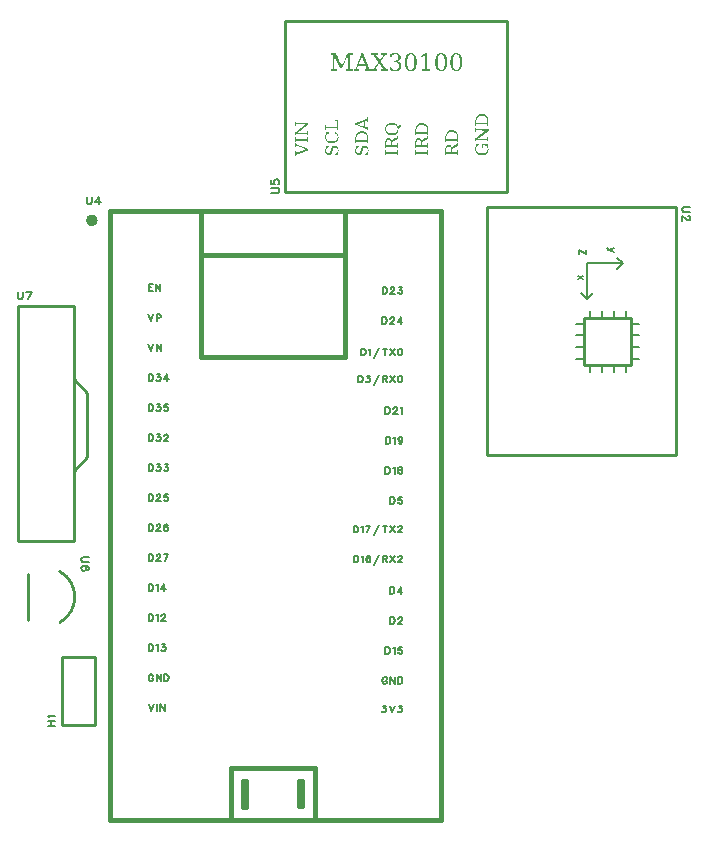
<source format=gto>
G04 Layer: TopSilkscreenLayer*
G04 EasyEDA Pro v2.2.32.3, 2024-11-13 01:00:44*
G04 Gerber Generator version 0.3*
G04 Scale: 100 percent, Rotated: No, Reflected: No*
G04 Dimensions in millimeters*
G04 Leading zeros omitted, absolute positions, 3 integers and 5 decimals*
%FSLAX35Y35*%
%MOMM*%
%ADD10C,0.2032*%
%ADD11C,0.15*%
%ADD12C,0.1524*%
%ADD13C,0.254*%
%ADD14C,0.381*%
%ADD15C,0.5123*%
%ADD16C,0.508*%
G75*


G04 Text Start*
G54D10*
G01X7191080Y-2448512D02*
G01X7155520Y-2476452D01*
G01X7191080Y-2476452D02*
G01X7155520Y-2448512D01*
G01X7453417Y-2218129D02*
G01X7417857Y-2233369D01*
G01X7453417Y-2248609D02*
G01X7417857Y-2233369D01*
G01X7407697Y-2228289D01*
G01X7402617Y-2223209D01*
G01X7400077Y-2218129D01*
G01X7400077Y-2215589D01*
G01X7215378Y-2268918D02*
G01X7162038Y-2233358D01*
G01X7215378Y-2233358D02*
G01X7215378Y-2268918D01*
G01X7162038Y-2233358D02*
G01X7162038Y-2268918D01*
G54D11*
G01X3515832Y-2521712D02*
G01X3515832Y-2577338D01*
G01X3515832Y-2521712D02*
G01X3550122Y-2521712D01*
G01X3515832Y-2548128D02*
G01X3536914Y-2548128D01*
G01X3515832Y-2577338D02*
G01X3550122Y-2577338D01*
G01X3577808Y-2521712D02*
G01X3577808Y-2577338D01*
G01X3577808Y-2521712D02*
G01X3615146Y-2577338D01*
G01X3615146Y-2521712D02*
G01X3615146Y-2577338D01*
G01X3512820Y-2775712D02*
G01X3533902Y-2831338D01*
G01X3555238Y-2775712D02*
G01X3533902Y-2831338D01*
G01X3582924Y-2775712D02*
G01X3582924Y-2831338D01*
G01X3582924Y-2775712D02*
G01X3606800Y-2775712D01*
G01X3614928Y-2778252D01*
G01X3617468Y-2781046D01*
G01X3620262Y-2786126D01*
G01X3620262Y-2794254D01*
G01X3617468Y-2799588D01*
G01X3614928Y-2802128D01*
G01X3606800Y-2804922D01*
G01X3582924Y-2804922D01*
G01X3512820Y-3029712D02*
G01X3533902Y-3085338D01*
G01X3555238Y-3029712D02*
G01X3533902Y-3085338D01*
G01X3582924Y-3029712D02*
G01X3582924Y-3085338D01*
G01X3582924Y-3029712D02*
G01X3620262Y-3085338D01*
G01X3620262Y-3029712D02*
G01X3620262Y-3085338D01*
G01X3515832Y-6077712D02*
G01X3536914Y-6133338D01*
G01X3558250Y-6077712D02*
G01X3536914Y-6133338D01*
G01X3585936Y-6077712D02*
G01X3585936Y-6133338D01*
G01X3613876Y-6077712D02*
G01X3613876Y-6133338D01*
G01X3613876Y-6077712D02*
G01X3650960Y-6133338D01*
G01X3650960Y-6077712D02*
G01X3650960Y-6133338D01*
G01X3515832Y-5569712D02*
G01X3515832Y-5625338D01*
G01X3515832Y-5569712D02*
G01X3534374Y-5569712D01*
G01X3542248Y-5572252D01*
G01X3547582Y-5577586D01*
G01X3550122Y-5582920D01*
G01X3552916Y-5590794D01*
G01X3552916Y-5604256D01*
G01X3550122Y-5612130D01*
G01X3547582Y-5617464D01*
G01X3542248Y-5622798D01*
G01X3534374Y-5625338D01*
G01X3515832Y-5625338D01*
G01X3580602Y-5580126D02*
G01X3585936Y-5577586D01*
G01X3594064Y-5569712D01*
G01X3594064Y-5625338D01*
G01X3627084Y-5569712D02*
G01X3656294Y-5569712D01*
G01X3640292Y-5590794D01*
G01X3648420Y-5590794D01*
G01X3653754Y-5593588D01*
G01X3656294Y-5596128D01*
G01X3659088Y-5604256D01*
G01X3659088Y-5609590D01*
G01X3656294Y-5617464D01*
G01X3650960Y-5622798D01*
G01X3643086Y-5625338D01*
G01X3635212Y-5625338D01*
G01X3627084Y-5622798D01*
G01X3624544Y-5620004D01*
G01X3621750Y-5614670D01*
G01X3515832Y-5315712D02*
G01X3515832Y-5371338D01*
G01X3515832Y-5315712D02*
G01X3534374Y-5315712D01*
G01X3542248Y-5318252D01*
G01X3547582Y-5323586D01*
G01X3550122Y-5328920D01*
G01X3552916Y-5336794D01*
G01X3552916Y-5350256D01*
G01X3550122Y-5358130D01*
G01X3547582Y-5363464D01*
G01X3542248Y-5368798D01*
G01X3534374Y-5371338D01*
G01X3515832Y-5371338D01*
G01X3580602Y-5326126D02*
G01X3585936Y-5323586D01*
G01X3594064Y-5315712D01*
G01X3594064Y-5371338D01*
G01X3624544Y-5328920D02*
G01X3624544Y-5326126D01*
G01X3627084Y-5321046D01*
G01X3629878Y-5318252D01*
G01X3635212Y-5315712D01*
G01X3645626Y-5315712D01*
G01X3650960Y-5318252D01*
G01X3653754Y-5321046D01*
G01X3656294Y-5326126D01*
G01X3656294Y-5331460D01*
G01X3653754Y-5336794D01*
G01X3648420Y-5344922D01*
G01X3621750Y-5371338D01*
G01X3659088Y-5371338D01*
G01X3515832Y-5061712D02*
G01X3515832Y-5117338D01*
G01X3515832Y-5061712D02*
G01X3534374Y-5061712D01*
G01X3542248Y-5064252D01*
G01X3547582Y-5069586D01*
G01X3550122Y-5074920D01*
G01X3552916Y-5082794D01*
G01X3552916Y-5096256D01*
G01X3550122Y-5104130D01*
G01X3547582Y-5109464D01*
G01X3542248Y-5114798D01*
G01X3534374Y-5117338D01*
G01X3515832Y-5117338D01*
G01X3580602Y-5072126D02*
G01X3585936Y-5069586D01*
G01X3594064Y-5061712D01*
G01X3594064Y-5117338D01*
G01X3648420Y-5061712D02*
G01X3621750Y-5098796D01*
G01X3661628Y-5098796D01*
G01X3648420Y-5061712D02*
G01X3648420Y-5117338D01*
G01X3515832Y-4553712D02*
G01X3515832Y-4609338D01*
G01X3515832Y-4553712D02*
G01X3534374Y-4553712D01*
G01X3542248Y-4556252D01*
G01X3547582Y-4561586D01*
G01X3550122Y-4566920D01*
G01X3552916Y-4574794D01*
G01X3552916Y-4588256D01*
G01X3550122Y-4596130D01*
G01X3547582Y-4601464D01*
G01X3542248Y-4606798D01*
G01X3534374Y-4609338D01*
G01X3515832Y-4609338D01*
G01X3583396Y-4566920D02*
G01X3583396Y-4564126D01*
G01X3585936Y-4559046D01*
G01X3588730Y-4556252D01*
G01X3594064Y-4553712D01*
G01X3604478Y-4553712D01*
G01X3609812Y-4556252D01*
G01X3612606Y-4559046D01*
G01X3615146Y-4564126D01*
G01X3615146Y-4569460D01*
G01X3612606Y-4574794D01*
G01X3607272Y-4582922D01*
G01X3580602Y-4609338D01*
G01X3617940Y-4609338D01*
G01X3677630Y-4561586D02*
G01X3674836Y-4556252D01*
G01X3666962Y-4553712D01*
G01X3661628Y-4553712D01*
G01X3653754Y-4556252D01*
G01X3648420Y-4564126D01*
G01X3645626Y-4577588D01*
G01X3645626Y-4590796D01*
G01X3648420Y-4601464D01*
G01X3653754Y-4606798D01*
G01X3661628Y-4609338D01*
G01X3664168Y-4609338D01*
G01X3672296Y-4606798D01*
G01X3677630Y-4601464D01*
G01X3680170Y-4593590D01*
G01X3680170Y-4590796D01*
G01X3677630Y-4582922D01*
G01X3672296Y-4577588D01*
G01X3664168Y-4574794D01*
G01X3661628Y-4574794D01*
G01X3653754Y-4577588D01*
G01X3648420Y-4582922D01*
G01X3645626Y-4590796D01*
G01X3515832Y-4807712D02*
G01X3515832Y-4863338D01*
G01X3515832Y-4807712D02*
G01X3534374Y-4807712D01*
G01X3542248Y-4810252D01*
G01X3547582Y-4815586D01*
G01X3550122Y-4820920D01*
G01X3552916Y-4828794D01*
G01X3552916Y-4842256D01*
G01X3550122Y-4850130D01*
G01X3547582Y-4855464D01*
G01X3542248Y-4860798D01*
G01X3534374Y-4863338D01*
G01X3515832Y-4863338D01*
G01X3583396Y-4820920D02*
G01X3583396Y-4818126D01*
G01X3585936Y-4813046D01*
G01X3588730Y-4810252D01*
G01X3594064Y-4807712D01*
G01X3604478Y-4807712D01*
G01X3609812Y-4810252D01*
G01X3612606Y-4813046D01*
G01X3615146Y-4818126D01*
G01X3615146Y-4823460D01*
G01X3612606Y-4828794D01*
G01X3607272Y-4836922D01*
G01X3580602Y-4863338D01*
G01X3617940Y-4863338D01*
G01X3682964Y-4807712D02*
G01X3656294Y-4863338D01*
G01X3645626Y-4807712D02*
G01X3682964Y-4807712D01*
G01X3515832Y-4299712D02*
G01X3515832Y-4355338D01*
G01X3515832Y-4299712D02*
G01X3534374Y-4299712D01*
G01X3542248Y-4302252D01*
G01X3547582Y-4307586D01*
G01X3550122Y-4312920D01*
G01X3552916Y-4320794D01*
G01X3552916Y-4334256D01*
G01X3550122Y-4342130D01*
G01X3547582Y-4347464D01*
G01X3542248Y-4352798D01*
G01X3534374Y-4355338D01*
G01X3515832Y-4355338D01*
G01X3583396Y-4312920D02*
G01X3583396Y-4310126D01*
G01X3585936Y-4305046D01*
G01X3588730Y-4302252D01*
G01X3594064Y-4299712D01*
G01X3604478Y-4299712D01*
G01X3609812Y-4302252D01*
G01X3612606Y-4305046D01*
G01X3615146Y-4310126D01*
G01X3615146Y-4315460D01*
G01X3612606Y-4320794D01*
G01X3607272Y-4328922D01*
G01X3580602Y-4355338D01*
G01X3617940Y-4355338D01*
G01X3677630Y-4299712D02*
G01X3650960Y-4299712D01*
G01X3648420Y-4323588D01*
G01X3650960Y-4320794D01*
G01X3659088Y-4318254D01*
G01X3666962Y-4318254D01*
G01X3674836Y-4320794D01*
G01X3680170Y-4326128D01*
G01X3682964Y-4334256D01*
G01X3682964Y-4339590D01*
G01X3680170Y-4347464D01*
G01X3674836Y-4352798D01*
G01X3666962Y-4355338D01*
G01X3659088Y-4355338D01*
G01X3650960Y-4352798D01*
G01X3648420Y-4350004D01*
G01X3645626Y-4344670D01*
G01X3515832Y-4045712D02*
G01X3515832Y-4101338D01*
G01X3515832Y-4045712D02*
G01X3534374Y-4045712D01*
G01X3542248Y-4048252D01*
G01X3547582Y-4053586D01*
G01X3550122Y-4058920D01*
G01X3552916Y-4066794D01*
G01X3552916Y-4080256D01*
G01X3550122Y-4088130D01*
G01X3547582Y-4093464D01*
G01X3542248Y-4098798D01*
G01X3534374Y-4101338D01*
G01X3515832Y-4101338D01*
G01X3585936Y-4045712D02*
G01X3615146Y-4045712D01*
G01X3599144Y-4066794D01*
G01X3607272Y-4066794D01*
G01X3612606Y-4069588D01*
G01X3615146Y-4072128D01*
G01X3617940Y-4080256D01*
G01X3617940Y-4085590D01*
G01X3615146Y-4093464D01*
G01X3609812Y-4098798D01*
G01X3601938Y-4101338D01*
G01X3594064Y-4101338D01*
G01X3585936Y-4098798D01*
G01X3583396Y-4096004D01*
G01X3580602Y-4090670D01*
G01X3650960Y-4045712D02*
G01X3680170Y-4045712D01*
G01X3664168Y-4066794D01*
G01X3672296Y-4066794D01*
G01X3677630Y-4069588D01*
G01X3680170Y-4072128D01*
G01X3682964Y-4080256D01*
G01X3682964Y-4085590D01*
G01X3680170Y-4093464D01*
G01X3674836Y-4098798D01*
G01X3666962Y-4101338D01*
G01X3659088Y-4101338D01*
G01X3650960Y-4098798D01*
G01X3648420Y-4096004D01*
G01X3645626Y-4090670D01*
G01X3515832Y-3791712D02*
G01X3515832Y-3847338D01*
G01X3515832Y-3791712D02*
G01X3534374Y-3791712D01*
G01X3542248Y-3794252D01*
G01X3547582Y-3799586D01*
G01X3550122Y-3804920D01*
G01X3552916Y-3812794D01*
G01X3552916Y-3826256D01*
G01X3550122Y-3834130D01*
G01X3547582Y-3839464D01*
G01X3542248Y-3844798D01*
G01X3534374Y-3847338D01*
G01X3515832Y-3847338D01*
G01X3585936Y-3791712D02*
G01X3615146Y-3791712D01*
G01X3599144Y-3812794D01*
G01X3607272Y-3812794D01*
G01X3612606Y-3815588D01*
G01X3615146Y-3818128D01*
G01X3617940Y-3826256D01*
G01X3617940Y-3831590D01*
G01X3615146Y-3839464D01*
G01X3609812Y-3844798D01*
G01X3601938Y-3847338D01*
G01X3594064Y-3847338D01*
G01X3585936Y-3844798D01*
G01X3583396Y-3842004D01*
G01X3580602Y-3836670D01*
G01X3648420Y-3804920D02*
G01X3648420Y-3802126D01*
G01X3650960Y-3797046D01*
G01X3653754Y-3794252D01*
G01X3659088Y-3791712D01*
G01X3669502Y-3791712D01*
G01X3674836Y-3794252D01*
G01X3677630Y-3797046D01*
G01X3680170Y-3802126D01*
G01X3680170Y-3807460D01*
G01X3677630Y-3812794D01*
G01X3672296Y-3820922D01*
G01X3645626Y-3847338D01*
G01X3682964Y-3847338D01*
G01X3515832Y-3537712D02*
G01X3515832Y-3593338D01*
G01X3515832Y-3537712D02*
G01X3534374Y-3537712D01*
G01X3542248Y-3540252D01*
G01X3547582Y-3545586D01*
G01X3550122Y-3550920D01*
G01X3552916Y-3558794D01*
G01X3552916Y-3572256D01*
G01X3550122Y-3580130D01*
G01X3547582Y-3585464D01*
G01X3542248Y-3590798D01*
G01X3534374Y-3593338D01*
G01X3515832Y-3593338D01*
G01X3585936Y-3537712D02*
G01X3615146Y-3537712D01*
G01X3599144Y-3558794D01*
G01X3607272Y-3558794D01*
G01X3612606Y-3561588D01*
G01X3615146Y-3564128D01*
G01X3617940Y-3572256D01*
G01X3617940Y-3577590D01*
G01X3615146Y-3585464D01*
G01X3609812Y-3590798D01*
G01X3601938Y-3593338D01*
G01X3594064Y-3593338D01*
G01X3585936Y-3590798D01*
G01X3583396Y-3588004D01*
G01X3580602Y-3582670D01*
G01X3677630Y-3537712D02*
G01X3650960Y-3537712D01*
G01X3648420Y-3561588D01*
G01X3650960Y-3558794D01*
G01X3659088Y-3556254D01*
G01X3666962Y-3556254D01*
G01X3674836Y-3558794D01*
G01X3680170Y-3564128D01*
G01X3682964Y-3572256D01*
G01X3682964Y-3577590D01*
G01X3680170Y-3585464D01*
G01X3674836Y-3590798D01*
G01X3666962Y-3593338D01*
G01X3659088Y-3593338D01*
G01X3650960Y-3590798D01*
G01X3648420Y-3588004D01*
G01X3645626Y-3582670D01*
G01X3555456Y-5836920D02*
G01X3552916Y-5831586D01*
G01X3547582Y-5826252D01*
G01X3542248Y-5823712D01*
G01X3531580Y-5823712D01*
G01X3526246Y-5826252D01*
G01X3520912Y-5831586D01*
G01X3518372Y-5836920D01*
G01X3515832Y-5844794D01*
G01X3515832Y-5858256D01*
G01X3518372Y-5866130D01*
G01X3520912Y-5871464D01*
G01X3526246Y-5876798D01*
G01X3531580Y-5879338D01*
G01X3542248Y-5879338D01*
G01X3547582Y-5876798D01*
G01X3552916Y-5871464D01*
G01X3555456Y-5866130D01*
G01X3555456Y-5858256D01*
G01X3542248Y-5858256D02*
G01X3555456Y-5858256D01*
G01X3583142Y-5823712D02*
G01X3583142Y-5879338D01*
G01X3583142Y-5823712D02*
G01X3620480Y-5879338D01*
G01X3620480Y-5823712D02*
G01X3620480Y-5879338D01*
G01X3648166Y-5823712D02*
G01X3648166Y-5879338D01*
G01X3648166Y-5823712D02*
G01X3666708Y-5823712D01*
G01X3674836Y-5826252D01*
G01X3680170Y-5831586D01*
G01X3682710Y-5836920D01*
G01X3685504Y-5844794D01*
G01X3685504Y-5858256D01*
G01X3682710Y-5866130D01*
G01X3680170Y-5871464D01*
G01X3674836Y-5876798D01*
G01X3666708Y-5879338D01*
G01X3648166Y-5879338D01*
G01X3515832Y-3283712D02*
G01X3515832Y-3339338D01*
G01X3515832Y-3283712D02*
G01X3534374Y-3283712D01*
G01X3542248Y-3286252D01*
G01X3547582Y-3291586D01*
G01X3550122Y-3296920D01*
G01X3552916Y-3304794D01*
G01X3552916Y-3318256D01*
G01X3550122Y-3326130D01*
G01X3547582Y-3331464D01*
G01X3542248Y-3336798D01*
G01X3534374Y-3339338D01*
G01X3515832Y-3339338D01*
G01X3585936Y-3283712D02*
G01X3615146Y-3283712D01*
G01X3599144Y-3304794D01*
G01X3607272Y-3304794D01*
G01X3612606Y-3307588D01*
G01X3615146Y-3310128D01*
G01X3617940Y-3318256D01*
G01X3617940Y-3323590D01*
G01X3615146Y-3331464D01*
G01X3609812Y-3336798D01*
G01X3601938Y-3339338D01*
G01X3594064Y-3339338D01*
G01X3585936Y-3336798D01*
G01X3583396Y-3334004D01*
G01X3580602Y-3328670D01*
G01X3672296Y-3283712D02*
G01X3645626Y-3320796D01*
G01X3685504Y-3320796D01*
G01X3672296Y-3283712D02*
G01X3672296Y-3339338D01*
G01X5250748Y-4566412D02*
G01X5250748Y-4622038D01*
G01X5250748Y-4566412D02*
G01X5269290Y-4566412D01*
G01X5277164Y-4568952D01*
G01X5282498Y-4574286D01*
G01X5285038Y-4579620D01*
G01X5287832Y-4587494D01*
G01X5287832Y-4600956D01*
G01X5285038Y-4608830D01*
G01X5282498Y-4614164D01*
G01X5277164Y-4619498D01*
G01X5269290Y-4622038D01*
G01X5250748Y-4622038D01*
G01X5315518Y-4576826D02*
G01X5320852Y-4574286D01*
G01X5328980Y-4566412D01*
G01X5328980Y-4622038D01*
G01X5394004Y-4566412D02*
G01X5367334Y-4622038D01*
G01X5356666Y-4566412D02*
G01X5394004Y-4566412D01*
G01X5469442Y-4555744D02*
G01X5421690Y-4640580D01*
G01X5515670Y-4566412D02*
G01X5515670Y-4622038D01*
G01X5497128Y-4566412D02*
G01X5534466Y-4566412D01*
G01X5562152Y-4566412D02*
G01X5599490Y-4622038D01*
G01X5599490Y-4566412D02*
G01X5562152Y-4622038D01*
G01X5629970Y-4579620D02*
G01X5629970Y-4576826D01*
G01X5632510Y-4571746D01*
G01X5635304Y-4568952D01*
G01X5640638Y-4566412D01*
G01X5651052Y-4566412D01*
G01X5656386Y-4568952D01*
G01X5659180Y-4571746D01*
G01X5661720Y-4576826D01*
G01X5661720Y-4582160D01*
G01X5659180Y-4587494D01*
G01X5653846Y-4595622D01*
G01X5627176Y-4622038D01*
G01X5664514Y-4622038D01*
G01X5253542Y-4820412D02*
G01X5253542Y-4876038D01*
G01X5253542Y-4820412D02*
G01X5272084Y-4820412D01*
G01X5279958Y-4822952D01*
G01X5285292Y-4828286D01*
G01X5287832Y-4833620D01*
G01X5290626Y-4841494D01*
G01X5290626Y-4854956D01*
G01X5287832Y-4862830D01*
G01X5285292Y-4868164D01*
G01X5279958Y-4873498D01*
G01X5272084Y-4876038D01*
G01X5253542Y-4876038D01*
G01X5318312Y-4830826D02*
G01X5323646Y-4828286D01*
G01X5331774Y-4820412D01*
G01X5331774Y-4876038D01*
G01X5391464Y-4828286D02*
G01X5388670Y-4822952D01*
G01X5380796Y-4820412D01*
G01X5375462Y-4820412D01*
G01X5367588Y-4822952D01*
G01X5362254Y-4830826D01*
G01X5359460Y-4844288D01*
G01X5359460Y-4857496D01*
G01X5362254Y-4868164D01*
G01X5367588Y-4873498D01*
G01X5375462Y-4876038D01*
G01X5378002Y-4876038D01*
G01X5386130Y-4873498D01*
G01X5391464Y-4868164D01*
G01X5394004Y-4860290D01*
G01X5394004Y-4857496D01*
G01X5391464Y-4849622D01*
G01X5386130Y-4844288D01*
G01X5378002Y-4841494D01*
G01X5375462Y-4841494D01*
G01X5367588Y-4844288D01*
G01X5362254Y-4849622D01*
G01X5359460Y-4857496D01*
G01X5469442Y-4809744D02*
G01X5421690Y-4894580D01*
G01X5497128Y-4820412D02*
G01X5497128Y-4876038D01*
G01X5497128Y-4820412D02*
G01X5521004Y-4820412D01*
G01X5529132Y-4822952D01*
G01X5531672Y-4825746D01*
G01X5534466Y-4830826D01*
G01X5534466Y-4836160D01*
G01X5531672Y-4841494D01*
G01X5529132Y-4844288D01*
G01X5521004Y-4846828D01*
G01X5497128Y-4846828D01*
G01X5515670Y-4846828D02*
G01X5534466Y-4876038D01*
G01X5562152Y-4820412D02*
G01X5599490Y-4876038D01*
G01X5599490Y-4820412D02*
G01X5562152Y-4876038D01*
G01X5629970Y-4833620D02*
G01X5629970Y-4830826D01*
G01X5632510Y-4825746D01*
G01X5635304Y-4822952D01*
G01X5640638Y-4820412D01*
G01X5651052Y-4820412D01*
G01X5656386Y-4822952D01*
G01X5659180Y-4825746D01*
G01X5661720Y-4830826D01*
G01X5661720Y-4836160D01*
G01X5659180Y-4841494D01*
G01X5653846Y-4849622D01*
G01X5627176Y-4876038D01*
G01X5664514Y-4876038D01*
G01X5291896Y-3296412D02*
G01X5291896Y-3352038D01*
G01X5291896Y-3296412D02*
G01X5310438Y-3296412D01*
G01X5318312Y-3298952D01*
G01X5323646Y-3304286D01*
G01X5326186Y-3309620D01*
G01X5328980Y-3317494D01*
G01X5328980Y-3330956D01*
G01X5326186Y-3338830D01*
G01X5323646Y-3344164D01*
G01X5318312Y-3349498D01*
G01X5310438Y-3352038D01*
G01X5291896Y-3352038D01*
G01X5362000Y-3296412D02*
G01X5391210Y-3296412D01*
G01X5375208Y-3317494D01*
G01X5383336Y-3317494D01*
G01X5388670Y-3320288D01*
G01X5391210Y-3322828D01*
G01X5394004Y-3330956D01*
G01X5394004Y-3336290D01*
G01X5391210Y-3344164D01*
G01X5385876Y-3349498D01*
G01X5378002Y-3352038D01*
G01X5370128Y-3352038D01*
G01X5362000Y-3349498D01*
G01X5359460Y-3346704D01*
G01X5356666Y-3341370D01*
G01X5469442Y-3285744D02*
G01X5421690Y-3370580D01*
G01X5497128Y-3296412D02*
G01X5497128Y-3352038D01*
G01X5497128Y-3296412D02*
G01X5521004Y-3296412D01*
G01X5529132Y-3298952D01*
G01X5531672Y-3301746D01*
G01X5534466Y-3306826D01*
G01X5534466Y-3312160D01*
G01X5531672Y-3317494D01*
G01X5529132Y-3320288D01*
G01X5521004Y-3322828D01*
G01X5497128Y-3322828D01*
G01X5515670Y-3322828D02*
G01X5534466Y-3352038D01*
G01X5562152Y-3296412D02*
G01X5599490Y-3352038D01*
G01X5599490Y-3296412D02*
G01X5562152Y-3352038D01*
G01X5643178Y-3296412D02*
G01X5635304Y-3298952D01*
G01X5629970Y-3306826D01*
G01X5627176Y-3320288D01*
G01X5627176Y-3328162D01*
G01X5629970Y-3341370D01*
G01X5635304Y-3349498D01*
G01X5643178Y-3352038D01*
G01X5648512Y-3352038D01*
G01X5656386Y-3349498D01*
G01X5661720Y-3341370D01*
G01X5664514Y-3328162D01*
G01X5664514Y-3320288D01*
G01X5661720Y-3306826D01*
G01X5656386Y-3298952D01*
G01X5648512Y-3296412D01*
G01X5643178Y-3296412D01*
G01X5315772Y-3067812D02*
G01X5315772Y-3123438D01*
G01X5315772Y-3067812D02*
G01X5334314Y-3067812D01*
G01X5342188Y-3070352D01*
G01X5347522Y-3075686D01*
G01X5350062Y-3081020D01*
G01X5352856Y-3088894D01*
G01X5352856Y-3102356D01*
G01X5350062Y-3110230D01*
G01X5347522Y-3115564D01*
G01X5342188Y-3120898D01*
G01X5334314Y-3123438D01*
G01X5315772Y-3123438D01*
G01X5380542Y-3078226D02*
G01X5385876Y-3075686D01*
G01X5394004Y-3067812D01*
G01X5394004Y-3123438D01*
G01X5469442Y-3057144D02*
G01X5421690Y-3141980D01*
G01X5515670Y-3067812D02*
G01X5515670Y-3123438D01*
G01X5497128Y-3067812D02*
G01X5534466Y-3067812D01*
G01X5562152Y-3067812D02*
G01X5599490Y-3123438D01*
G01X5599490Y-3067812D02*
G01X5562152Y-3123438D01*
G01X5643178Y-3067812D02*
G01X5635304Y-3070352D01*
G01X5629970Y-3078226D01*
G01X5627176Y-3091688D01*
G01X5627176Y-3099562D01*
G01X5629970Y-3112770D01*
G01X5635304Y-3120898D01*
G01X5643178Y-3123438D01*
G01X5648512Y-3123438D01*
G01X5656386Y-3120898D01*
G01X5661720Y-3112770D01*
G01X5664514Y-3099562D01*
G01X5664514Y-3091688D01*
G01X5661720Y-3078226D01*
G01X5656386Y-3070352D01*
G01X5648512Y-3067812D01*
G01X5643178Y-3067812D01*
G01X5497128Y-6090412D02*
G01X5526338Y-6090412D01*
G01X5510590Y-6111494D01*
G01X5518464Y-6111494D01*
G01X5523798Y-6114288D01*
G01X5526338Y-6116828D01*
G01X5529132Y-6124956D01*
G01X5529132Y-6130290D01*
G01X5526338Y-6138164D01*
G01X5521258Y-6143498D01*
G01X5513130Y-6146038D01*
G01X5505256Y-6146038D01*
G01X5497128Y-6143498D01*
G01X5494588Y-6140704D01*
G01X5492048Y-6135370D01*
G01X5556818Y-6090412D02*
G01X5578154Y-6146038D01*
G01X5599490Y-6090412D02*
G01X5578154Y-6146038D01*
G01X5632510Y-6090412D02*
G01X5661720Y-6090412D01*
G01X5645718Y-6111494D01*
G01X5653846Y-6111494D01*
G01X5659180Y-6114288D01*
G01X5661720Y-6116828D01*
G01X5664514Y-6124956D01*
G01X5664514Y-6130290D01*
G01X5661720Y-6138164D01*
G01X5656386Y-6143498D01*
G01X5648512Y-6146038D01*
G01X5640638Y-6146038D01*
G01X5632510Y-6143498D01*
G01X5629970Y-6140704D01*
G01X5627176Y-6135370D01*
G01X5494842Y-2800312D02*
G01X5494842Y-2855938D01*
G01X5494842Y-2800312D02*
G01X5513384Y-2800312D01*
G01X5521258Y-2802852D01*
G01X5526592Y-2808186D01*
G01X5529132Y-2813520D01*
G01X5531926Y-2821394D01*
G01X5531926Y-2834856D01*
G01X5529132Y-2842730D01*
G01X5526592Y-2848064D01*
G01X5521258Y-2853398D01*
G01X5513384Y-2855938D01*
G01X5494842Y-2855938D01*
G01X5562406Y-2813520D02*
G01X5562406Y-2810726D01*
G01X5564946Y-2805646D01*
G01X5567740Y-2802852D01*
G01X5573074Y-2800312D01*
G01X5583488Y-2800312D01*
G01X5588822Y-2802852D01*
G01X5591616Y-2805646D01*
G01X5594156Y-2810726D01*
G01X5594156Y-2816060D01*
G01X5591616Y-2821394D01*
G01X5586282Y-2829522D01*
G01X5559612Y-2855938D01*
G01X5596950Y-2855938D01*
G01X5651306Y-2800312D02*
G01X5624636Y-2837396D01*
G01X5664514Y-2837396D01*
G01X5651306Y-2800312D02*
G01X5651306Y-2855938D01*
G01X5534466Y-5861520D02*
G01X5531926Y-5856186D01*
G01X5526592Y-5850852D01*
G01X5521258Y-5848312D01*
G01X5510590Y-5848312D01*
G01X5505256Y-5850852D01*
G01X5499922Y-5856186D01*
G01X5497382Y-5861520D01*
G01X5494842Y-5869394D01*
G01X5494842Y-5882856D01*
G01X5497382Y-5890730D01*
G01X5499922Y-5896064D01*
G01X5505256Y-5901398D01*
G01X5510590Y-5903938D01*
G01X5521258Y-5903938D01*
G01X5526592Y-5901398D01*
G01X5531926Y-5896064D01*
G01X5534466Y-5890730D01*
G01X5534466Y-5882856D01*
G01X5521258Y-5882856D02*
G01X5534466Y-5882856D01*
G01X5562152Y-5848312D02*
G01X5562152Y-5903938D01*
G01X5562152Y-5848312D02*
G01X5599490Y-5903938D01*
G01X5599490Y-5848312D02*
G01X5599490Y-5903938D01*
G01X5627176Y-5848312D02*
G01X5627176Y-5903938D01*
G01X5627176Y-5848312D02*
G01X5645718Y-5848312D01*
G01X5653846Y-5850852D01*
G01X5659180Y-5856186D01*
G01X5661720Y-5861520D01*
G01X5664514Y-5869394D01*
G01X5664514Y-5882856D01*
G01X5661720Y-5890730D01*
G01X5659180Y-5896064D01*
G01X5653846Y-5901398D01*
G01X5645718Y-5903938D01*
G01X5627176Y-5903938D01*
G01X5497382Y-2546312D02*
G01X5497382Y-2601938D01*
G01X5497382Y-2546312D02*
G01X5515924Y-2546312D01*
G01X5523798Y-2548852D01*
G01X5529132Y-2554186D01*
G01X5531672Y-2559520D01*
G01X5534466Y-2567394D01*
G01X5534466Y-2580856D01*
G01X5531672Y-2588730D01*
G01X5529132Y-2594064D01*
G01X5523798Y-2599398D01*
G01X5515924Y-2601938D01*
G01X5497382Y-2601938D01*
G01X5564946Y-2559520D02*
G01X5564946Y-2556726D01*
G01X5567486Y-2551646D01*
G01X5570280Y-2548852D01*
G01X5575614Y-2546312D01*
G01X5586028Y-2546312D01*
G01X5591362Y-2548852D01*
G01X5594156Y-2551646D01*
G01X5596696Y-2556726D01*
G01X5596696Y-2562060D01*
G01X5594156Y-2567394D01*
G01X5588822Y-2575522D01*
G01X5562152Y-2601938D01*
G01X5599490Y-2601938D01*
G01X5632510Y-2546312D02*
G01X5661720Y-2546312D01*
G01X5645718Y-2567394D01*
G01X5653846Y-2567394D01*
G01X5659180Y-2570188D01*
G01X5661720Y-2572728D01*
G01X5664514Y-2580856D01*
G01X5664514Y-2586190D01*
G01X5661720Y-2594064D01*
G01X5656386Y-2599398D01*
G01X5648512Y-2601938D01*
G01X5640638Y-2601938D01*
G01X5632510Y-2599398D01*
G01X5629970Y-2596604D01*
G01X5627176Y-2591270D01*
G01X5521258Y-4070312D02*
G01X5521258Y-4125938D01*
G01X5521258Y-4070312D02*
G01X5539800Y-4070312D01*
G01X5547674Y-4072852D01*
G01X5553008Y-4078186D01*
G01X5555548Y-4083520D01*
G01X5558342Y-4091394D01*
G01X5558342Y-4104856D01*
G01X5555548Y-4112730D01*
G01X5553008Y-4118064D01*
G01X5547674Y-4123398D01*
G01X5539800Y-4125938D01*
G01X5521258Y-4125938D01*
G01X5586028Y-4080726D02*
G01X5591362Y-4078186D01*
G01X5599490Y-4070312D01*
G01X5599490Y-4125938D01*
G01X5640638Y-4070312D02*
G01X5632510Y-4072852D01*
G01X5629970Y-4078186D01*
G01X5629970Y-4083520D01*
G01X5632510Y-4088854D01*
G01X5637844Y-4091394D01*
G01X5648512Y-4094188D01*
G01X5656386Y-4096728D01*
G01X5661720Y-4102062D01*
G01X5664514Y-4107396D01*
G01X5664514Y-4115270D01*
G01X5661720Y-4120604D01*
G01X5659180Y-4123398D01*
G01X5651052Y-4125938D01*
G01X5640638Y-4125938D01*
G01X5632510Y-4123398D01*
G01X5629970Y-4120604D01*
G01X5627176Y-4115270D01*
G01X5627176Y-4107396D01*
G01X5629970Y-4102062D01*
G01X5635304Y-4096728D01*
G01X5643178Y-4094188D01*
G01X5653846Y-4091394D01*
G01X5659180Y-4088854D01*
G01X5661720Y-4083520D01*
G01X5661720Y-4078186D01*
G01X5659180Y-4072852D01*
G01X5651052Y-4070312D01*
G01X5640638Y-4070312D01*
G01X5521258Y-5594312D02*
G01X5521258Y-5649938D01*
G01X5521258Y-5594312D02*
G01X5539800Y-5594312D01*
G01X5547674Y-5596852D01*
G01X5553008Y-5602186D01*
G01X5555548Y-5607520D01*
G01X5558342Y-5615394D01*
G01X5558342Y-5628856D01*
G01X5555548Y-5636730D01*
G01X5553008Y-5642064D01*
G01X5547674Y-5647398D01*
G01X5539800Y-5649938D01*
G01X5521258Y-5649938D01*
G01X5586028Y-5604726D02*
G01X5591362Y-5602186D01*
G01X5599490Y-5594312D01*
G01X5599490Y-5649938D01*
G01X5659180Y-5594312D02*
G01X5632510Y-5594312D01*
G01X5629970Y-5618188D01*
G01X5632510Y-5615394D01*
G01X5640638Y-5612854D01*
G01X5648512Y-5612854D01*
G01X5656386Y-5615394D01*
G01X5661720Y-5620728D01*
G01X5664514Y-5628856D01*
G01X5664514Y-5634190D01*
G01X5661720Y-5642064D01*
G01X5656386Y-5647398D01*
G01X5648512Y-5649938D01*
G01X5640638Y-5649938D01*
G01X5632510Y-5647398D01*
G01X5629970Y-5644604D01*
G01X5627176Y-5639270D01*
G01X5521258Y-3562312D02*
G01X5521258Y-3617938D01*
G01X5521258Y-3562312D02*
G01X5539800Y-3562312D01*
G01X5547674Y-3564852D01*
G01X5553008Y-3570186D01*
G01X5555548Y-3575520D01*
G01X5558342Y-3583394D01*
G01X5558342Y-3596856D01*
G01X5555548Y-3604730D01*
G01X5553008Y-3610064D01*
G01X5547674Y-3615398D01*
G01X5539800Y-3617938D01*
G01X5521258Y-3617938D01*
G01X5588822Y-3575520D02*
G01X5588822Y-3572726D01*
G01X5591362Y-3567646D01*
G01X5594156Y-3564852D01*
G01X5599490Y-3562312D01*
G01X5609904Y-3562312D01*
G01X5615238Y-3564852D01*
G01X5618032Y-3567646D01*
G01X5620572Y-3572726D01*
G01X5620572Y-3578060D01*
G01X5618032Y-3583394D01*
G01X5612698Y-3591522D01*
G01X5586028Y-3617938D01*
G01X5623366Y-3617938D01*
G01X5651052Y-3572726D02*
G01X5656386Y-3570186D01*
G01X5664514Y-3562312D01*
G01X5664514Y-3617938D01*
G01X5524052Y-3816312D02*
G01X5524052Y-3871938D01*
G01X5524052Y-3816312D02*
G01X5542594Y-3816312D01*
G01X5550468Y-3818852D01*
G01X5555802Y-3824186D01*
G01X5558342Y-3829520D01*
G01X5561136Y-3837394D01*
G01X5561136Y-3850856D01*
G01X5558342Y-3858730D01*
G01X5555802Y-3864064D01*
G01X5550468Y-3869398D01*
G01X5542594Y-3871938D01*
G01X5524052Y-3871938D01*
G01X5588822Y-3826726D02*
G01X5594156Y-3824186D01*
G01X5602284Y-3816312D01*
G01X5602284Y-3871938D01*
G01X5664514Y-3834854D02*
G01X5661974Y-3842728D01*
G01X5656640Y-3848062D01*
G01X5648512Y-3850856D01*
G01X5645972Y-3850856D01*
G01X5638098Y-3848062D01*
G01X5632764Y-3842728D01*
G01X5629970Y-3834854D01*
G01X5629970Y-3832060D01*
G01X5632764Y-3824186D01*
G01X5638098Y-3818852D01*
G01X5645972Y-3816312D01*
G01X5648512Y-3816312D01*
G01X5656640Y-3818852D01*
G01X5661974Y-3824186D01*
G01X5664514Y-3834854D01*
G01X5664514Y-3848062D01*
G01X5661974Y-3861270D01*
G01X5656640Y-3869398D01*
G01X5648512Y-3871938D01*
G01X5643432Y-3871938D01*
G01X5635304Y-3869398D01*
G01X5632764Y-3864064D01*
G01X5559866Y-5086312D02*
G01X5559866Y-5141938D01*
G01X5559866Y-5086312D02*
G01X5578408Y-5086312D01*
G01X5586282Y-5088852D01*
G01X5591616Y-5094186D01*
G01X5594156Y-5099520D01*
G01X5596950Y-5107394D01*
G01X5596950Y-5120856D01*
G01X5594156Y-5128730D01*
G01X5591616Y-5134064D01*
G01X5586282Y-5139398D01*
G01X5578408Y-5141938D01*
G01X5559866Y-5141938D01*
G01X5651306Y-5086312D02*
G01X5624636Y-5123396D01*
G01X5664514Y-5123396D01*
G01X5651306Y-5086312D02*
G01X5651306Y-5141938D01*
G01X5562406Y-5340312D02*
G01X5562406Y-5395938D01*
G01X5562406Y-5340312D02*
G01X5580948Y-5340312D01*
G01X5588822Y-5342852D01*
G01X5594156Y-5348186D01*
G01X5596696Y-5353520D01*
G01X5599490Y-5361394D01*
G01X5599490Y-5374856D01*
G01X5596696Y-5382730D01*
G01X5594156Y-5388064D01*
G01X5588822Y-5393398D01*
G01X5580948Y-5395938D01*
G01X5562406Y-5395938D01*
G01X5629970Y-5353520D02*
G01X5629970Y-5350726D01*
G01X5632510Y-5345646D01*
G01X5635304Y-5342852D01*
G01X5640638Y-5340312D01*
G01X5651052Y-5340312D01*
G01X5656386Y-5342852D01*
G01X5659180Y-5345646D01*
G01X5661720Y-5350726D01*
G01X5661720Y-5356060D01*
G01X5659180Y-5361394D01*
G01X5653846Y-5369522D01*
G01X5627176Y-5395938D01*
G01X5664514Y-5395938D01*
G01X5562406Y-4324312D02*
G01X5562406Y-4379938D01*
G01X5562406Y-4324312D02*
G01X5580948Y-4324312D01*
G01X5588822Y-4326852D01*
G01X5594156Y-4332186D01*
G01X5596696Y-4337520D01*
G01X5599490Y-4345394D01*
G01X5599490Y-4358856D01*
G01X5596696Y-4366730D01*
G01X5594156Y-4372064D01*
G01X5588822Y-4377398D01*
G01X5580948Y-4379938D01*
G01X5562406Y-4379938D01*
G01X5659180Y-4324312D02*
G01X5632510Y-4324312D01*
G01X5629970Y-4348188D01*
G01X5632510Y-4345394D01*
G01X5640638Y-4342854D01*
G01X5648512Y-4342854D01*
G01X5656386Y-4345394D01*
G01X5661720Y-4350728D01*
G01X5664514Y-4358856D01*
G01X5664514Y-4364190D01*
G01X5661720Y-4372064D01*
G01X5656386Y-4377398D01*
G01X5648512Y-4379938D01*
G01X5640638Y-4379938D01*
G01X5632510Y-4377398D01*
G01X5629970Y-4374604D01*
G01X5627176Y-4369270D01*
G54D12*
G01X2992120Y-1779016D02*
G01X2992120Y-1825498D01*
G01X2995168Y-1834642D01*
G01X3001518Y-1840992D01*
G01X3010662Y-1844040D01*
G01X3017012Y-1844040D01*
G01X3026156Y-1840992D01*
G01X3032252Y-1834642D01*
G01X3035554Y-1825498D01*
G01X3035554Y-1779016D01*
G01X3096514Y-1779016D02*
G01X3065780Y-1822196D01*
G01X3112008Y-1822196D01*
G01X3096514Y-1779016D02*
G01X3096514Y-1844040D01*
G36*
G01X4868109Y-1168737D02*
G01X4868564Y-1163964D01*
G01X4868564Y-1159646D01*
G01X4765382Y-1159646D01*
G01X4765382Y-1144646D01*
G01X4758109Y-1144646D01*
G01X4758109Y-1182828D01*
G01X4765382Y-1182828D01*
G01X4765382Y-1168282D01*
G01X4804246Y-1168282D01*
G01X4833337Y-1168396D01*
G01X4842882Y-1168737D01*
G01X4841973Y-1169646D01*
G01X4838337Y-1172373D01*
G01X4836064Y-1174191D01*
G01X4826973Y-1181010D01*
G01X4824700Y-1182828D01*
G01X4815609Y-1189646D01*
G01X4813337Y-1191464D01*
G01X4804246Y-1198282D01*
G01X4801973Y-1200100D01*
G01X4792882Y-1206919D01*
G01X4790609Y-1208737D01*
G01X4783337Y-1214191D01*
G01X4781064Y-1216010D01*
G01X4771973Y-1222828D01*
G01X4769700Y-1224646D01*
G01X4760609Y-1231464D01*
G01X4759473Y-1232373D01*
G01X4758564Y-1233282D01*
G01X4758109Y-1247600D01*
G01X4758109Y-1261464D01*
G01X4765382Y-1261464D01*
G01X4765382Y-1246919D01*
G01X4859018Y-1246919D01*
G01X4859018Y-1261464D01*
G01X4866291Y-1261464D01*
G01X4866291Y-1223282D01*
G01X4859018Y-1223282D01*
G01X4859018Y-1237828D01*
G01X4818564Y-1237828D01*
G01X4788280Y-1237657D01*
G01X4778337Y-1237146D01*
G01X4779473Y-1236009D01*
G01X4780837Y-1235100D01*
G01X4781973Y-1234191D01*
G01X4789246Y-1228737D01*
G01X4791518Y-1226919D01*
G01X4800609Y-1220100D01*
G01X4802882Y-1218282D01*
G01X4811973Y-1211464D01*
G01X4814246Y-1209646D01*
G01X4823337Y-1202828D01*
G01X4825609Y-1201010D01*
G01X4834700Y-1194191D01*
G01X4836973Y-1192373D01*
G01X4846064Y-1185555D01*
G01X4848337Y-1183737D01*
G01X4857427Y-1176919D01*
G01X4859700Y-1175101D01*
G01X4866973Y-1169646D01*
G01X4868109Y-1168737D01*
G37*
G36*
G01X4865382Y-1387827D02*
G01X4866064Y-1385896D01*
G01X4866291Y-1381009D01*
G01X4866291Y-1374645D01*
G01X4865155Y-1374418D01*
G01X4863336Y-1373736D01*
G01X4861745Y-1373055D01*
G01X4856291Y-1371009D01*
G01X4854018Y-1370100D01*
G01X4849018Y-1368282D01*
G01X4842200Y-1365555D01*
G01X4838564Y-1364191D01*
G01X4836291Y-1363282D01*
G01X4833791Y-1362373D01*
G01X4831518Y-1361464D01*
G01X4829018Y-1360555D01*
G01X4824473Y-1358736D01*
G01X4821973Y-1357827D01*
G01X4819700Y-1356918D01*
G01X4817200Y-1356009D01*
G01X4812655Y-1354191D01*
G01X4810155Y-1353282D01*
G01X4807882Y-1352373D01*
G01X4805382Y-1351464D01*
G01X4800836Y-1349646D01*
G01X4798337Y-1348736D01*
G01X4796064Y-1347827D01*
G01X4793564Y-1346918D01*
G01X4789018Y-1345100D01*
G01X4786518Y-1344191D01*
G01X4784246Y-1343282D01*
G01X4781746Y-1342373D01*
G01X4777200Y-1340555D01*
G01X4774700Y-1339646D01*
G01X4772428Y-1338736D01*
G01X4769927Y-1337827D01*
G01X4767655Y-1336918D01*
G01X4766064Y-1336009D01*
G01X4765553Y-1334418D01*
G01X4765382Y-1330555D01*
G01X4765382Y-1325555D01*
G01X4758109Y-1325555D01*
G01X4758109Y-1357373D01*
G01X4765382Y-1357373D01*
G01X4765382Y-1345100D01*
G01X4766291Y-1345328D01*
G01X4771746Y-1347373D01*
G01X4774018Y-1348282D01*
G01X4776519Y-1349191D01*
G01X4778791Y-1350100D01*
G01X4781291Y-1351009D01*
G01X4785837Y-1352827D01*
G01X4788337Y-1353736D01*
G01X4790609Y-1354645D01*
G01X4793109Y-1355555D01*
G01X4797655Y-1357373D01*
G01X4802655Y-1359191D01*
G01X4807200Y-1361009D01*
G01X4809700Y-1361918D01*
G01X4811973Y-1362827D01*
G01X4814473Y-1363736D01*
G01X4819018Y-1365555D01*
G01X4821518Y-1366464D01*
G01X4823791Y-1367373D01*
G01X4826291Y-1368282D01*
G01X4830836Y-1370100D01*
G01X4833337Y-1371009D01*
G01X4835609Y-1371918D01*
G01X4838109Y-1372827D01*
G01X4842655Y-1374645D01*
G01X4845155Y-1375555D01*
G01X4847200Y-1376464D01*
G01X4847825Y-1376918D01*
G01X4847882Y-1377373D01*
G01X4846518Y-1378055D01*
G01X4844700Y-1378736D01*
G01X4843109Y-1379418D01*
G01X4837655Y-1381464D01*
G01X4835382Y-1382373D01*
G01X4832882Y-1383282D01*
G01X4830609Y-1384191D01*
G01X4828109Y-1385100D01*
G01X4821291Y-1387827D01*
G01X4817655Y-1389191D01*
G01X4815382Y-1390100D01*
G01X4812882Y-1391009D01*
G01X4810609Y-1391918D01*
G01X4808109Y-1392827D01*
G01X4803564Y-1394645D01*
G01X4801064Y-1395555D01*
G01X4798791Y-1396464D01*
G01X4796291Y-1397373D01*
G01X4791746Y-1399191D01*
G01X4789246Y-1400100D01*
G01X4786973Y-1401009D01*
G01X4784473Y-1401918D01*
G01X4779927Y-1403736D01*
G01X4777428Y-1404645D01*
G01X4775155Y-1405555D01*
G01X4772655Y-1406464D01*
G01X4768109Y-1408282D01*
G01X4766064Y-1408964D01*
G01X4765553Y-1407657D01*
G01X4765382Y-1403282D01*
G01X4765382Y-1397373D01*
G01X4758109Y-1397373D01*
G01X4758109Y-1434645D01*
G01X4765382Y-1434645D01*
G01X4765382Y-1426009D01*
G01X4766746Y-1425555D01*
G01X4769018Y-1424645D01*
G01X4776291Y-1421918D01*
G01X4778564Y-1421009D01*
G01X4781064Y-1420100D01*
G01X4783337Y-1419191D01*
G01X4785837Y-1418282D01*
G01X4788109Y-1417373D01*
G01X4791746Y-1416009D01*
G01X4794018Y-1415100D01*
G01X4796518Y-1414191D01*
G01X4798791Y-1413282D01*
G01X4801291Y-1412373D01*
G01X4803564Y-1411464D01*
G01X4807200Y-1410100D01*
G01X4809473Y-1409191D01*
G01X4811973Y-1408282D01*
G01X4814246Y-1407373D01*
G01X4816746Y-1406464D01*
G01X4819018Y-1405555D01*
G01X4822655Y-1404191D01*
G01X4824927Y-1403282D01*
G01X4827427Y-1402373D01*
G01X4829700Y-1401464D01*
G01X4832200Y-1400555D01*
G01X4834473Y-1399645D01*
G01X4838109Y-1398282D01*
G01X4840382Y-1397373D01*
G01X4842882Y-1396464D01*
G01X4845155Y-1395555D01*
G01X4847655Y-1394645D01*
G01X4849927Y-1393736D01*
G01X4853564Y-1392373D01*
G01X4855836Y-1391464D01*
G01X4858336Y-1390555D01*
G01X4860609Y-1389645D01*
G01X4863109Y-1388736D01*
G01X4865382Y-1387827D01*
G37*
G36*
G01X4862655Y-1319646D02*
G01X4866291Y-1319646D01*
G01X4866291Y-1276918D01*
G01X4859018Y-1276918D01*
G01X4859018Y-1291009D01*
G01X4765382Y-1291009D01*
G01X4765382Y-1276918D01*
G01X4758109Y-1276918D01*
G01X4758109Y-1319646D01*
G01X4765382Y-1319646D01*
G01X4765382Y-1305555D01*
G01X4859018Y-1305555D01*
G01X4859018Y-1319646D01*
G01X4862655Y-1319646D01*
G37*
G36*
G01X5123352Y-1283683D02*
G01X5123580Y-1276410D01*
G01X5123352Y-1269592D01*
G01X5122898Y-1265956D01*
G01X5121989Y-1261410D01*
G01X5120398Y-1256638D01*
G01X5119489Y-1254365D01*
G01X5118580Y-1252320D01*
G01X5117671Y-1250729D01*
G01X5116534Y-1249138D01*
G01X5114943Y-1246865D01*
G01X5113580Y-1245047D01*
G01X5110171Y-1241638D01*
G01X5106761Y-1238910D01*
G01X5105171Y-1237774D01*
G01X5103353Y-1236638D01*
G01X5097898Y-1233910D01*
G01X5095625Y-1233001D01*
G01X5093580Y-1232320D01*
G01X5092671Y-1232092D01*
G01X5092671Y-1245274D01*
G01X5093807Y-1245501D01*
G01X5095852Y-1246183D01*
G01X5097898Y-1247092D01*
G01X5101534Y-1248910D01*
G01X5103125Y-1249819D01*
G01X5106534Y-1252547D01*
G01X5107671Y-1253683D01*
G01X5109034Y-1255501D01*
G01X5110625Y-1257547D01*
G01X5111761Y-1259592D01*
G01X5113580Y-1263229D01*
G01X5114262Y-1265501D01*
G01X5115171Y-1269138D01*
G01X5115625Y-1272320D01*
G01X5115852Y-1277774D01*
G01X5115625Y-1281865D01*
G01X5115171Y-1285047D01*
G01X5114489Y-1287319D01*
G01X5113580Y-1290047D01*
G01X5112671Y-1292319D01*
G01X5111534Y-1294365D01*
G01X5110171Y-1296410D01*
G01X5107443Y-1299592D01*
G01X5106080Y-1300956D01*
G01X5104943Y-1301865D01*
G01X5103580Y-1303001D01*
G01X5101761Y-1304138D01*
G01X5099716Y-1305274D01*
G01X5096080Y-1307092D01*
G01X5093580Y-1308001D01*
G01X5089489Y-1309365D01*
G01X5086534Y-1310047D01*
G01X5084262Y-1310501D01*
G01X5077898Y-1311410D01*
G01X5071080Y-1311865D01*
G01X5066534Y-1312092D01*
G01X5061989Y-1311865D01*
G01X5055171Y-1311410D01*
G01X5051989Y-1310956D01*
G01X5046989Y-1310047D01*
G01X5044716Y-1309365D01*
G01X5041762Y-1308456D01*
G01X5039034Y-1307547D01*
G01X5036989Y-1306637D01*
G01X5035171Y-1305728D01*
G01X5033580Y-1304819D01*
G01X5030171Y-1302547D01*
G01X5026307Y-1298683D01*
G01X5024489Y-1296410D01*
G01X5023580Y-1295047D01*
G01X5022444Y-1293229D01*
G01X5021307Y-1290728D01*
G01X5020625Y-1288683D01*
G01X5019943Y-1286410D01*
G01X5019262Y-1282774D01*
G01X5018807Y-1278683D01*
G01X5018580Y-1274592D01*
G01X5018807Y-1271865D01*
G01X5019262Y-1267774D01*
G01X5019716Y-1265501D01*
G01X5020398Y-1263001D01*
G01X5021762Y-1259365D01*
G01X5022671Y-1257547D01*
G01X5023807Y-1255729D01*
G01X5024943Y-1254138D01*
G01X5026307Y-1252320D01*
G01X5027898Y-1250956D01*
G01X5030171Y-1249138D01*
G01X5031762Y-1248229D01*
G01X5033807Y-1247092D01*
G01X5035625Y-1246183D01*
G01X5037671Y-1245274D01*
G01X5040398Y-1244365D01*
G01X5043125Y-1243683D01*
G01X5044943Y-1242774D01*
G01X5045398Y-1238456D01*
G01X5045398Y-1234819D01*
G01X5020398Y-1234819D01*
G01X5019943Y-1236183D01*
G01X5018125Y-1240729D01*
G01X5015398Y-1248910D01*
G01X5014489Y-1251865D01*
G01X5013807Y-1254819D01*
G01X5013353Y-1256865D01*
G01X5011989Y-1263683D01*
G01X5011535Y-1266410D01*
G01X5011307Y-1268910D01*
G01X5011080Y-1270956D01*
G01X5010853Y-1276183D01*
G01X5011080Y-1281410D01*
G01X5011989Y-1287774D01*
G01X5012444Y-1289592D01*
G01X5013125Y-1292092D01*
G01X5014034Y-1295047D01*
G01X5014943Y-1297774D01*
G01X5016762Y-1301410D01*
G01X5017898Y-1303456D01*
G01X5019262Y-1305501D01*
G01X5020853Y-1307774D01*
G01X5022216Y-1309592D01*
G01X5027898Y-1315274D01*
G01X5029716Y-1316637D01*
G01X5031762Y-1318229D01*
G01X5033807Y-1319592D01*
G01X5035625Y-1320728D01*
G01X5041080Y-1323456D01*
G01X5043353Y-1324365D01*
G01X5045852Y-1325274D01*
G01X5048580Y-1326183D01*
G01X5051762Y-1326865D01*
G01X5054262Y-1327319D01*
G01X5056534Y-1327774D01*
G01X5059034Y-1328001D01*
G01X5060625Y-1328228D01*
G01X5068125Y-1328456D01*
G01X5075625Y-1328228D01*
G01X5079262Y-1327774D01*
G01X5083807Y-1326865D01*
G01X5085625Y-1326410D01*
G01X5089716Y-1325047D01*
G01X5091534Y-1324365D01*
G01X5095625Y-1322547D01*
G01X5097443Y-1321410D01*
G01X5099489Y-1320274D01*
G01X5101307Y-1319138D01*
G01X5102898Y-1318001D01*
G01X5104716Y-1316637D01*
G01X5106307Y-1315047D01*
G01X5108580Y-1313229D01*
G01X5109716Y-1312092D01*
G01X5113125Y-1308001D01*
G01X5114034Y-1306637D01*
G01X5114943Y-1305501D01*
G01X5115852Y-1304138D01*
G01X5116989Y-1302319D01*
G01X5119943Y-1296410D01*
G01X5120852Y-1293910D01*
G01X5121761Y-1290956D01*
G01X5122443Y-1287774D01*
G01X5122898Y-1285501D01*
G01X5123352Y-1283683D01*
G37*
G36*
G01X5117671Y-1214820D02*
G01X5121307Y-1214820D01*
G01X5121307Y-1127547D01*
G01X5094489Y-1127547D01*
G01X5094489Y-1136638D01*
G01X5112671Y-1136638D01*
G01X5112671Y-1186183D01*
G01X5020398Y-1186183D01*
G01X5020398Y-1172092D01*
G01X5013125Y-1172092D01*
G01X5013125Y-1214820D01*
G01X5020398Y-1214820D01*
G01X5020398Y-1200729D01*
G01X5114034Y-1200729D01*
G01X5114034Y-1214820D01*
G01X5117671Y-1214820D01*
G37*
G36*
G01X5123352Y-1395501D02*
G01X5123580Y-1388683D01*
G01X5123352Y-1381410D01*
G01X5122898Y-1376865D01*
G01X5122443Y-1373683D01*
G01X5121534Y-1370047D01*
G01X5120852Y-1368001D01*
G01X5119943Y-1365501D01*
G01X5119034Y-1363455D01*
G01X5118125Y-1361865D01*
G01X5116989Y-1360047D01*
G01X5115398Y-1357774D01*
G01X5112671Y-1355047D01*
G01X5111080Y-1353683D01*
G01X5109034Y-1352319D01*
G01X5106989Y-1351183D01*
G01X5104943Y-1350274D01*
G01X5102898Y-1349592D01*
G01X5101080Y-1349138D01*
G01X5098807Y-1348683D01*
G01X5096080Y-1348228D01*
G01X5091080Y-1348001D01*
G01X5086534Y-1348228D01*
G01X5084262Y-1348683D01*
G01X5081761Y-1349365D01*
G01X5079943Y-1350047D01*
G01X5078353Y-1350728D01*
G01X5074716Y-1353001D01*
G01X5072444Y-1355274D01*
G01X5071080Y-1356865D01*
G01X5068807Y-1360047D01*
G01X5067444Y-1362319D01*
G01X5066307Y-1364592D01*
G01X5064489Y-1368683D01*
G01X5063580Y-1371183D01*
G01X5061762Y-1376637D01*
G01X5061080Y-1379137D01*
G01X5060398Y-1381183D01*
G01X5057671Y-1390274D01*
G01X5055625Y-1396410D01*
G01X5054943Y-1398228D01*
G01X5053580Y-1401410D01*
G01X5052671Y-1403228D01*
G01X5051762Y-1404819D01*
G01X5050625Y-1406410D01*
G01X5049262Y-1408001D01*
G01X5047671Y-1409137D01*
G01X5045625Y-1410274D01*
G01X5043807Y-1411183D01*
G01X5041080Y-1411865D01*
G01X5037898Y-1412319D01*
G01X5035625Y-1412546D01*
G01X5033807Y-1412319D01*
G01X5031762Y-1411865D01*
G01X5029489Y-1411183D01*
G01X5027671Y-1410274D01*
G01X5025625Y-1408910D01*
G01X5024034Y-1407319D01*
G01X5022898Y-1405728D01*
G01X5021762Y-1403683D01*
G01X5020853Y-1401865D01*
G01X5020171Y-1400046D01*
G01X5019716Y-1398228D01*
G01X5019262Y-1395501D01*
G01X5018807Y-1391410D01*
G01X5018580Y-1387319D01*
G01X5018807Y-1384592D01*
G01X5019262Y-1380047D01*
G01X5019716Y-1378001D01*
G01X5020398Y-1375728D01*
G01X5021080Y-1373910D01*
G01X5021762Y-1372319D01*
G01X5022898Y-1370501D01*
G01X5024262Y-1368910D01*
G01X5026080Y-1367092D01*
G01X5027216Y-1366183D01*
G01X5028807Y-1365047D01*
G01X5031307Y-1363910D01*
G01X5033580Y-1363001D01*
G01X5036535Y-1362319D01*
G01X5039262Y-1361865D01*
G01X5040171Y-1360956D01*
G01X5040398Y-1356865D01*
G01X5040398Y-1353456D01*
G01X5017216Y-1353456D01*
G01X5016989Y-1354819D01*
G01X5016307Y-1357092D01*
G01X5014943Y-1362092D01*
G01X5014489Y-1363910D01*
G01X5014262Y-1365501D01*
G01X5013807Y-1367319D01*
G01X5012444Y-1374137D01*
G01X5011989Y-1376865D01*
G01X5011535Y-1380047D01*
G01X5011307Y-1383001D01*
G01X5011080Y-1385047D01*
G01X5010853Y-1390046D01*
G01X5011080Y-1395046D01*
G01X5011535Y-1399592D01*
G01X5012444Y-1404137D01*
G01X5014034Y-1408910D01*
G01X5014943Y-1410956D01*
G01X5015853Y-1412774D01*
G01X5016989Y-1414365D01*
G01X5018807Y-1417092D01*
G01X5022216Y-1420501D01*
G01X5023580Y-1421637D01*
G01X5025171Y-1422546D01*
G01X5026989Y-1423683D01*
G01X5029034Y-1424592D01*
G01X5030625Y-1425046D01*
G01X5032898Y-1425728D01*
G01X5035398Y-1426183D01*
G01X5036989Y-1426410D01*
G01X5040853Y-1426637D01*
G01X5044716Y-1426410D01*
G01X5047898Y-1425955D01*
G01X5050171Y-1425274D01*
G01X5052898Y-1424365D01*
G01X5054716Y-1423455D01*
G01X5056307Y-1422546D01*
G01X5057671Y-1421637D01*
G01X5058807Y-1420728D01*
G01X5061080Y-1418455D01*
G01X5063807Y-1415046D01*
G01X5064489Y-1413683D01*
G01X5065625Y-1411865D01*
G01X5066762Y-1409592D01*
G01X5068580Y-1405501D01*
G01X5069489Y-1403001D01*
G01X5071307Y-1397546D01*
G01X5071989Y-1395046D01*
G01X5072671Y-1393001D01*
G01X5073353Y-1390728D01*
G01X5073807Y-1388683D01*
G01X5074489Y-1386637D01*
G01X5075171Y-1384137D01*
G01X5077216Y-1378001D01*
G01X5078125Y-1375728D01*
G01X5079034Y-1373683D01*
G01X5079943Y-1371865D01*
G01X5081080Y-1369819D01*
G01X5082216Y-1368228D01*
G01X5083807Y-1366637D01*
G01X5085852Y-1365047D01*
G01X5088125Y-1363910D01*
G01X5091080Y-1363001D01*
G01X5096080Y-1362546D01*
G01X5100171Y-1362774D01*
G01X5101989Y-1363228D01*
G01X5104034Y-1363910D01*
G01X5106080Y-1365047D01*
G01X5108352Y-1366637D01*
G01X5109943Y-1368228D01*
G01X5111080Y-1369819D01*
G01X5112216Y-1371865D01*
G01X5113125Y-1373683D01*
G01X5114034Y-1375728D01*
G01X5114716Y-1378455D01*
G01X5115171Y-1380501D01*
G01X5115625Y-1384592D01*
G01X5115852Y-1389819D01*
G01X5115625Y-1395046D01*
G01X5115171Y-1398683D01*
G01X5114716Y-1400501D01*
G01X5114034Y-1402546D01*
G01X5113352Y-1404365D01*
G01X5112671Y-1405956D01*
G01X5111534Y-1407774D01*
G01X5109943Y-1409819D01*
G01X5108580Y-1411183D01*
G01X5107443Y-1412092D01*
G01X5106080Y-1413001D01*
G01X5104489Y-1413910D01*
G01X5102443Y-1414819D01*
G01X5099943Y-1415728D01*
G01X5096534Y-1416410D01*
G01X5093125Y-1416865D01*
G01X5091761Y-1417092D01*
G01X5091761Y-1425274D01*
G01X5116307Y-1425274D01*
G01X5119489Y-1415728D01*
G01X5120171Y-1413001D01*
G01X5120625Y-1410956D01*
G01X5121761Y-1406410D01*
G01X5122216Y-1403910D01*
G01X5122443Y-1402319D01*
G01X5123125Y-1396865D01*
G01X5123352Y-1395501D01*
G37*
G36*
G01X5371671Y-1218456D02*
G01X5368034Y-1218456D01*
G01X5368034Y-1208910D01*
G01X5366898Y-1208456D01*
G01X5364852Y-1207547D01*
G01X5362580Y-1206638D01*
G01X5360080Y-1205729D01*
G01X5357807Y-1204820D01*
G01X5355307Y-1203910D01*
G01X5350761Y-1202092D01*
G01X5345761Y-1200274D01*
G01X5341216Y-1198456D01*
G01X5338716Y-1197547D01*
G01X5336443Y-1196638D01*
G01X5333943Y-1195729D01*
G01X5329398Y-1193910D01*
G01X5326898Y-1193001D01*
G01X5324625Y-1192092D01*
G01X5322125Y-1191183D01*
G01X5317580Y-1189365D01*
G01X5315080Y-1188456D01*
G01X5312807Y-1187547D01*
G01X5310307Y-1186638D01*
G01X5308034Y-1185729D01*
G01X5304398Y-1184365D01*
G01X5302125Y-1183456D01*
G01X5299625Y-1182547D01*
G01X5297353Y-1181638D01*
G01X5294853Y-1180729D01*
G01X5290307Y-1178911D01*
G01X5287807Y-1178001D01*
G01X5285535Y-1177092D01*
G01X5283034Y-1176183D01*
G01X5280762Y-1175274D01*
G01X5275307Y-1173229D01*
G01X5273716Y-1172547D01*
G01X5268262Y-1170501D01*
G01X5267125Y-1170274D01*
G01X5267125Y-1167547D01*
G01X5285648Y-1167547D01*
G01X5285762Y-1168001D01*
G01X5287353Y-1168911D01*
G01X5289853Y-1169820D01*
G01X5292125Y-1170729D01*
G01X5295762Y-1172092D01*
G01X5302580Y-1174820D01*
G01X5305080Y-1175729D01*
G01X5307353Y-1176638D01*
G01X5309852Y-1177547D01*
G01X5312125Y-1178456D01*
G01X5315762Y-1179820D01*
G01X5322580Y-1182547D01*
G01X5325080Y-1183456D01*
G01X5327353Y-1184365D01*
G01X5329852Y-1185274D01*
G01X5334398Y-1187092D01*
G01X5335989Y-1187320D01*
G01X5336216Y-1167547D01*
G01X5336216Y-1167547D01*
G01X5336216Y-1148002D01*
G01X5335307Y-1148229D01*
G01X5333262Y-1148911D01*
G01X5330762Y-1149820D01*
G01X5328489Y-1150729D01*
G01X5324852Y-1152092D01*
G01X5318034Y-1154820D01*
G01X5315534Y-1155729D01*
G01X5313262Y-1156638D01*
G01X5310762Y-1157547D01*
G01X5306216Y-1159365D01*
G01X5303716Y-1160274D01*
G01X5299171Y-1162092D01*
G01X5296671Y-1163001D01*
G01X5294398Y-1163911D01*
G01X5290762Y-1165274D01*
G01X5286216Y-1167092D01*
G01X5285648Y-1167547D01*
G01X5267125Y-1167547D01*
G01X5267125Y-1164592D01*
G01X5267353Y-1158229D01*
G01X5268716Y-1157092D01*
G01X5270989Y-1156183D01*
G01X5273489Y-1155274D01*
G01X5278034Y-1153456D01*
G01X5280535Y-1152547D01*
G01X5282807Y-1151638D01*
G01X5285307Y-1150729D01*
G01X5289853Y-1148911D01*
G01X5292353Y-1148002D01*
G01X5294625Y-1147092D01*
G01X5297125Y-1146183D01*
G01X5301671Y-1144365D01*
G01X5304171Y-1143456D01*
G01X5306444Y-1142547D01*
G01X5308943Y-1141638D01*
G01X5313489Y-1139820D01*
G01X5315989Y-1138911D01*
G01X5318262Y-1138002D01*
G01X5320762Y-1137092D01*
G01X5325307Y-1135274D01*
G01X5327807Y-1134365D01*
G01X5330080Y-1133456D01*
G01X5332580Y-1132547D01*
G01X5334852Y-1131638D01*
G01X5338489Y-1130274D01*
G01X5340761Y-1129365D01*
G01X5343262Y-1128456D01*
G01X5345534Y-1127547D01*
G01X5348034Y-1126638D01*
G01X5352580Y-1124820D01*
G01X5355080Y-1123911D01*
G01X5357353Y-1123002D01*
G01X5359852Y-1122092D01*
G01X5364398Y-1120274D01*
G01X5366898Y-1119365D01*
G01X5368034Y-1118911D01*
G01X5368034Y-1108456D01*
G01X5375307Y-1108456D01*
G01X5375307Y-1148002D01*
G01X5368034Y-1148002D01*
G01X5368034Y-1141865D01*
G01X5367921Y-1137320D01*
G01X5367580Y-1135956D01*
G01X5365761Y-1136638D01*
G01X5363262Y-1137547D01*
G01X5360989Y-1138456D01*
G01X5358489Y-1139365D01*
G01X5353943Y-1141183D01*
G01X5348943Y-1143002D01*
G01X5346671Y-1143911D01*
G01X5344852Y-1144592D01*
G01X5344171Y-1150445D01*
G01X5343943Y-1167547D01*
G01X5344114Y-1184706D01*
G01X5344625Y-1190729D01*
G01X5346443Y-1191638D01*
G01X5348716Y-1192547D01*
G01X5351216Y-1193456D01*
G01X5353489Y-1194365D01*
G01X5360761Y-1197092D01*
G01X5365307Y-1198910D01*
G01X5367125Y-1199365D01*
G01X5367807Y-1197888D01*
G01X5368034Y-1193456D01*
G01X5368034Y-1187547D01*
G01X5375307Y-1187547D01*
G01X5375307Y-1218456D01*
G01X5371671Y-1218456D01*
G37*
G36*
G01X5371671Y-1328910D02*
G01X5368034Y-1328910D01*
G01X5368034Y-1314819D01*
G01X5274398Y-1314819D01*
G01X5274398Y-1328910D01*
G01X5267125Y-1328910D01*
G01X5267125Y-1303683D01*
G01X5267217Y-1293229D01*
G01X5274398Y-1293229D01*
G01X5274398Y-1300274D01*
G01X5320989Y-1300274D01*
G01X5367807Y-1300047D01*
G01X5368034Y-1293456D01*
G01X5368034Y-1293456D01*
G01X5367807Y-1286410D01*
G01X5367580Y-1283229D01*
G01X5367352Y-1279592D01*
G01X5366898Y-1276410D01*
G01X5366216Y-1272774D01*
G01X5365307Y-1269819D01*
G01X5364398Y-1267092D01*
G01X5363489Y-1265047D01*
G01X5361671Y-1261410D01*
G01X5360761Y-1260047D01*
G01X5358034Y-1256410D01*
G01X5355761Y-1254138D01*
G01X5353489Y-1252320D01*
G01X5351898Y-1250956D01*
G01X5350307Y-1249819D01*
G01X5348716Y-1248910D01*
G01X5345080Y-1247092D01*
G01X5342807Y-1246183D01*
G01X5340080Y-1245274D01*
G01X5337807Y-1244592D01*
G01X5333716Y-1243683D01*
G01X5329625Y-1243229D01*
G01X5322125Y-1243001D01*
G01X5313716Y-1243229D01*
G01X5310080Y-1243683D01*
G01X5307353Y-1244138D01*
G01X5305307Y-1244592D01*
G01X5302580Y-1245274D01*
G01X5299852Y-1246183D01*
G01X5297580Y-1247092D01*
G01X5295534Y-1248001D01*
G01X5293262Y-1249138D01*
G01X5291216Y-1250501D01*
G01X5289625Y-1251410D01*
G01X5288489Y-1252320D01*
G01X5283489Y-1257320D01*
G01X5282125Y-1259138D01*
G01X5280762Y-1261183D01*
G01X5279853Y-1262774D01*
G01X5278034Y-1266410D01*
G01X5277353Y-1268229D01*
G01X5276671Y-1270274D01*
G01X5275989Y-1272774D01*
G01X5275535Y-1275047D01*
G01X5275080Y-1278683D01*
G01X5274625Y-1285501D01*
G01X5274398Y-1293229D01*
G01X5267217Y-1293229D01*
G01X5267353Y-1277774D01*
G01X5267807Y-1273229D01*
G01X5268262Y-1270501D01*
G01X5268943Y-1266865D01*
G01X5269625Y-1264592D01*
G01X5270080Y-1262547D01*
G01X5270762Y-1260047D01*
G01X5272580Y-1255501D01*
G01X5275535Y-1249592D01*
G01X5276898Y-1247547D01*
G01X5277807Y-1245956D01*
G01X5280535Y-1242547D01*
G01X5285535Y-1237547D01*
G01X5287353Y-1236183D01*
G01X5288489Y-1235274D01*
G01X5289853Y-1234365D01*
G01X5291671Y-1233229D01*
G01X5293716Y-1232092D01*
G01X5295534Y-1231183D01*
G01X5297580Y-1230274D01*
G01X5305080Y-1227774D01*
G01X5309625Y-1226865D01*
G01X5313262Y-1226410D01*
G01X5319625Y-1226183D01*
G01X5327353Y-1226410D01*
G01X5330989Y-1226865D01*
G01X5333716Y-1227320D01*
G01X5335534Y-1227774D01*
G01X5337807Y-1228229D01*
G01X5340307Y-1228910D01*
G01X5342353Y-1229592D01*
G01X5344171Y-1230274D01*
G01X5346216Y-1231183D01*
G01X5348716Y-1232320D01*
G01X5350534Y-1233456D01*
G01X5352125Y-1234365D01*
G01X5353489Y-1235274D01*
G01X5354625Y-1235956D01*
G01X5355761Y-1236865D01*
G01X5358943Y-1239592D01*
G01X5361216Y-1241865D01*
G01X5362125Y-1243001D01*
G01X5363489Y-1244592D01*
G01X5364852Y-1246410D01*
G01X5365761Y-1247774D01*
G01X5366671Y-1249365D01*
G01X5367580Y-1250729D01*
G01X5368489Y-1252320D01*
G01X5369398Y-1254138D01*
G01X5370761Y-1257320D01*
G01X5371443Y-1259138D01*
G01X5372125Y-1261183D01*
G01X5373489Y-1266183D01*
G01X5374171Y-1269138D01*
G01X5374625Y-1271865D01*
G01X5375080Y-1276410D01*
G01X5375307Y-1303001D01*
G01X5375307Y-1328910D01*
G01X5371671Y-1328910D01*
G37*
G36*
G01X5377125Y-1396865D02*
G01X5376443Y-1402319D01*
G01X5376216Y-1403910D01*
G01X5375761Y-1406410D01*
G01X5374625Y-1410956D01*
G01X5374171Y-1413001D01*
G01X5373489Y-1415728D01*
G01X5370307Y-1425274D01*
G01X5345761Y-1425274D01*
G01X5345761Y-1417092D01*
G01X5347125Y-1416865D01*
G01X5350534Y-1416410D01*
G01X5353943Y-1415728D01*
G01X5356443Y-1414819D01*
G01X5358489Y-1413910D01*
G01X5360080Y-1413001D01*
G01X5361443Y-1412092D01*
G01X5362580Y-1411183D01*
G01X5363943Y-1409819D01*
G01X5365534Y-1407774D01*
G01X5366671Y-1405956D01*
G01X5367352Y-1404365D01*
G01X5368034Y-1402546D01*
G01X5368716Y-1400501D01*
G01X5369171Y-1398683D01*
G01X5369625Y-1395046D01*
G01X5369852Y-1389819D01*
G01X5369625Y-1384592D01*
G01X5369171Y-1380501D01*
G01X5368716Y-1378455D01*
G01X5368034Y-1375728D01*
G01X5367125Y-1373683D01*
G01X5366216Y-1371865D01*
G01X5365080Y-1369819D01*
G01X5363943Y-1368228D01*
G01X5362352Y-1366637D01*
G01X5360080Y-1365047D01*
G01X5358034Y-1363910D01*
G01X5355989Y-1363228D01*
G01X5354171Y-1362774D01*
G01X5350080Y-1362546D01*
G01X5345080Y-1363001D01*
G01X5342125Y-1363910D01*
G01X5339852Y-1365047D01*
G01X5337807Y-1366637D01*
G01X5336216Y-1368228D01*
G01X5335080Y-1369819D01*
G01X5333943Y-1371865D01*
G01X5333034Y-1373683D01*
G01X5332125Y-1375728D01*
G01X5331216Y-1378001D01*
G01X5329171Y-1384137D01*
G01X5328489Y-1386637D01*
G01X5327807Y-1388683D01*
G01X5327353Y-1390728D01*
G01X5326671Y-1393001D01*
G01X5325989Y-1395046D01*
G01X5325307Y-1397546D01*
G01X5323489Y-1403001D01*
G01X5322580Y-1405501D01*
G01X5320762Y-1409592D01*
G01X5319625Y-1411865D01*
G01X5318489Y-1413683D01*
G01X5317807Y-1415046D01*
G01X5315080Y-1418455D01*
G01X5312807Y-1420728D01*
G01X5311671Y-1421637D01*
G01X5310307Y-1422546D01*
G01X5308716Y-1423455D01*
G01X5306898Y-1424365D01*
G01X5304171Y-1425274D01*
G01X5301898Y-1425955D01*
G01X5298716Y-1426410D01*
G01X5294853Y-1426637D01*
G01X5290989Y-1426410D01*
G01X5289398Y-1426183D01*
G01X5286898Y-1425728D01*
G01X5284625Y-1425046D01*
G01X5283034Y-1424592D01*
G01X5280989Y-1423683D01*
G01X5279171Y-1422546D01*
G01X5277580Y-1421637D01*
G01X5276216Y-1420501D01*
G01X5272807Y-1417092D01*
G01X5270989Y-1414365D01*
G01X5269853Y-1412774D01*
G01X5268943Y-1410956D01*
G01X5268034Y-1408910D01*
G01X5266444Y-1404137D01*
G01X5265535Y-1399592D01*
G01X5265080Y-1395046D01*
G01X5264853Y-1390046D01*
G01X5265080Y-1385047D01*
G01X5265307Y-1383001D01*
G01X5265535Y-1380047D01*
G01X5265989Y-1376865D01*
G01X5266444Y-1374137D01*
G01X5267807Y-1367319D01*
G01X5268262Y-1365501D01*
G01X5268489Y-1363910D01*
G01X5268943Y-1362092D01*
G01X5270307Y-1357092D01*
G01X5270989Y-1354819D01*
G01X5271216Y-1353456D01*
G01X5294398Y-1353456D01*
G01X5294398Y-1356865D01*
G01X5294171Y-1360956D01*
G01X5293262Y-1361865D01*
G01X5290535Y-1362319D01*
G01X5287580Y-1363001D01*
G01X5285307Y-1363910D01*
G01X5282807Y-1365047D01*
G01X5281216Y-1366183D01*
G01X5280080Y-1367092D01*
G01X5278262Y-1368910D01*
G01X5276898Y-1370501D01*
G01X5275762Y-1372319D01*
G01X5275080Y-1373910D01*
G01X5274398Y-1375728D01*
G01X5273716Y-1378001D01*
G01X5273262Y-1380047D01*
G01X5272807Y-1384592D01*
G01X5272580Y-1387319D01*
G01X5272807Y-1391410D01*
G01X5273262Y-1395501D01*
G01X5273716Y-1398228D01*
G01X5274171Y-1400046D01*
G01X5274853Y-1401865D01*
G01X5275762Y-1403683D01*
G01X5276898Y-1405728D01*
G01X5278034Y-1407319D01*
G01X5279625Y-1408910D01*
G01X5281671Y-1410274D01*
G01X5283489Y-1411183D01*
G01X5285762Y-1411865D01*
G01X5287807Y-1412319D01*
G01X5289625Y-1412546D01*
G01X5291898Y-1412319D01*
G01X5295080Y-1411865D01*
G01X5297807Y-1411183D01*
G01X5299625Y-1410274D01*
G01X5301671Y-1409137D01*
G01X5303262Y-1408001D01*
G01X5304625Y-1406410D01*
G01X5305762Y-1404819D01*
G01X5306671Y-1403228D01*
G01X5307580Y-1401410D01*
G01X5308943Y-1398228D01*
G01X5309625Y-1396410D01*
G01X5311671Y-1390274D01*
G01X5314398Y-1381183D01*
G01X5315080Y-1379137D01*
G01X5315762Y-1376637D01*
G01X5317580Y-1371183D01*
G01X5318489Y-1368683D01*
G01X5320307Y-1364592D01*
G01X5321444Y-1362319D01*
G01X5322807Y-1360047D01*
G01X5325080Y-1356865D01*
G01X5326444Y-1355274D01*
G01X5328716Y-1353001D01*
G01X5332353Y-1350728D01*
G01X5333943Y-1350047D01*
G01X5335761Y-1349365D01*
G01X5338262Y-1348683D01*
G01X5340534Y-1348228D01*
G01X5345080Y-1348001D01*
G01X5350080Y-1348228D01*
G01X5352807Y-1348683D01*
G01X5355080Y-1349138D01*
G01X5356898Y-1349592D01*
G01X5358943Y-1350274D01*
G01X5360989Y-1351183D01*
G01X5363034Y-1352319D01*
G01X5365080Y-1353683D01*
G01X5366671Y-1355047D01*
G01X5369398Y-1357774D01*
G01X5370989Y-1360047D01*
G01X5372125Y-1361865D01*
G01X5373034Y-1363455D01*
G01X5373943Y-1365501D01*
G01X5374852Y-1368001D01*
G01X5375534Y-1370047D01*
G01X5376443Y-1373683D01*
G01X5376898Y-1376865D01*
G01X5377352Y-1381410D01*
G01X5377580Y-1388683D01*
G01X5377352Y-1395501D01*
G01X5377125Y-1396865D01*
G37*
G36*
G01X5651807Y-1179592D02*
G01X5651125Y-1182092D01*
G01X5650216Y-1184820D01*
G01X5649307Y-1186865D01*
G01X5648398Y-1188683D01*
G01X5647262Y-1190729D01*
G01X5645898Y-1192774D01*
G01X5644761Y-1194365D01*
G01X5643852Y-1195501D01*
G01X5639989Y-1199365D01*
G01X5637716Y-1201183D01*
G01X5635443Y-1202774D01*
G01X5633852Y-1203910D01*
G01X5632489Y-1204592D01*
G01X5631807Y-1205445D01*
G01X5631580Y-1207547D01*
G01X5631352Y-1210956D01*
G01X5630898Y-1215047D01*
G01X5629989Y-1219592D01*
G01X5629534Y-1221638D01*
G01X5628852Y-1223910D01*
G01X5627489Y-1228001D01*
G01X5625671Y-1232092D01*
G01X5624534Y-1234138D01*
G01X5623171Y-1236410D01*
G01X5621580Y-1238683D01*
G01X5619761Y-1240956D01*
G01X5618398Y-1242774D01*
G01X5616125Y-1245047D01*
G01X5613852Y-1246865D01*
G01X5612716Y-1248001D01*
G01X5611580Y-1248910D01*
G01X5608398Y-1251183D01*
G01X5606807Y-1252092D01*
G01X5602262Y-1254365D01*
G01X5600216Y-1255274D01*
G01X5597716Y-1256183D01*
G01X5594761Y-1257092D01*
G01X5592716Y-1257774D01*
G01X5588171Y-1258683D01*
G01X5584534Y-1259138D01*
G01X5576807Y-1259365D01*
G01X5568171Y-1259138D01*
G01X5564534Y-1258683D01*
G01X5561807Y-1258229D01*
G01X5559307Y-1257774D01*
G01X5556580Y-1257092D01*
G01X5552489Y-1255729D01*
G01X5550216Y-1254819D01*
G01X5548171Y-1253910D01*
G01X5544080Y-1251865D01*
G01X5542262Y-1250729D01*
G01X5540898Y-1249819D01*
G01X5539080Y-1248456D01*
G01X5536807Y-1246638D01*
G01X5534989Y-1245274D01*
G01X5531580Y-1241865D01*
G01X5528853Y-1238456D01*
G01X5527716Y-1236865D01*
G01X5526353Y-1234819D01*
G01X5525216Y-1233001D01*
G01X5524307Y-1231410D01*
G01X5522262Y-1226638D01*
G01X5521580Y-1224819D01*
G01X5520898Y-1222774D01*
G01X5520444Y-1220956D01*
G01X5519535Y-1216410D01*
G01X5519080Y-1212320D01*
G01X5518853Y-1207774D01*
G01X5518919Y-1206183D01*
G01X5526580Y-1206183D01*
G01X5526807Y-1208683D01*
G01X5527034Y-1210729D01*
G01X5527262Y-1213229D01*
G01X5527716Y-1215501D01*
G01X5528171Y-1217320D01*
G01X5528625Y-1219365D01*
G01X5529307Y-1221410D01*
G01X5531353Y-1225501D01*
G01X5533625Y-1228683D01*
G01X5534989Y-1230274D01*
G01X5537262Y-1232547D01*
G01X5538398Y-1233456D01*
G01X5541580Y-1235729D01*
G01X5543171Y-1236638D01*
G01X5544989Y-1237547D01*
G01X5546580Y-1238229D01*
G01X5550216Y-1239592D01*
G01X5552489Y-1240274D01*
G01X5554534Y-1240956D01*
G01X5559534Y-1241865D01*
G01X5562716Y-1242320D01*
G01X5568171Y-1242774D01*
G01X5574534Y-1243001D01*
G01X5580898Y-1242774D01*
G01X5586807Y-1242320D01*
G01X5589989Y-1241865D01*
G01X5592489Y-1241410D01*
G01X5595898Y-1240729D01*
G01X5599080Y-1239819D01*
G01X5601807Y-1238910D01*
G01X5604080Y-1238001D01*
G01X5607716Y-1236183D01*
G01X5609761Y-1235047D01*
G01X5611580Y-1233910D01*
G01X5612943Y-1232774D01*
G01X5616352Y-1229365D01*
G01X5618171Y-1227092D01*
G01X5619307Y-1225501D01*
G01X5620216Y-1223910D01*
G01X5621125Y-1222092D01*
G01X5622034Y-1219592D01*
G01X5622716Y-1217320D01*
G01X5623171Y-1215501D01*
G01X5623398Y-1213001D01*
G01X5623625Y-1210956D01*
G01X5623852Y-1207320D01*
G01X5623852Y-1207320D01*
G01X5623625Y-1203229D01*
G01X5623171Y-1199592D01*
G01X5622716Y-1197320D01*
G01X5622034Y-1194592D01*
G01X5621125Y-1192092D01*
G01X5620216Y-1190274D01*
G01X5618398Y-1187092D01*
G01X5617489Y-1185729D01*
G01X5616352Y-1184365D01*
G01X5612943Y-1180956D01*
G01X5611353Y-1179592D01*
G01X5609307Y-1178229D01*
G01X5607262Y-1177092D01*
G01X5605443Y-1176183D01*
G01X5602262Y-1174820D01*
G01X5600443Y-1174138D01*
G01X5597943Y-1173456D01*
G01X5595898Y-1172774D01*
G01X5590898Y-1171865D01*
G01X5587716Y-1171411D01*
G01X5582262Y-1170956D01*
G01X5576125Y-1170729D01*
G01X5569989Y-1170956D01*
G01X5567716Y-1171183D01*
G01X5564534Y-1171411D01*
G01X5560898Y-1171865D01*
G01X5558171Y-1172320D01*
G01X5555898Y-1172774D01*
G01X5552943Y-1173456D01*
G01X5548853Y-1174820D01*
G01X5546580Y-1175729D01*
G01X5544535Y-1176638D01*
G01X5542716Y-1177547D01*
G01X5540898Y-1178683D01*
G01X5539307Y-1179820D01*
G01X5537943Y-1180729D01*
G01X5536580Y-1181865D01*
G01X5533853Y-1184592D01*
G01X5532489Y-1186410D01*
G01X5531580Y-1187547D01*
G01X5530671Y-1189138D01*
G01X5529762Y-1190956D01*
G01X5528853Y-1193001D01*
G01X5528171Y-1195047D01*
G01X5527262Y-1199138D01*
G01X5526807Y-1203683D01*
G01X5526580Y-1206183D01*
G01X5518919Y-1206183D01*
G01X5519080Y-1202320D01*
G01X5519535Y-1198683D01*
G01X5519989Y-1195956D01*
G01X5520444Y-1193683D01*
G01X5521125Y-1190729D01*
G01X5522943Y-1185274D01*
G01X5523853Y-1183229D01*
G01X5524762Y-1181410D01*
G01X5525898Y-1179365D01*
G01X5527034Y-1177547D01*
G01X5528398Y-1175501D01*
G01X5530216Y-1173229D01*
G01X5531580Y-1171411D01*
G01X5533853Y-1169138D01*
G01X5536580Y-1166865D01*
G01X5537716Y-1165729D01*
G01X5539307Y-1164592D01*
G01X5541353Y-1163229D01*
G01X5542943Y-1162092D01*
G01X5544535Y-1161183D01*
G01X5548171Y-1159365D01*
G01X5550444Y-1158456D01*
G01X5552943Y-1157547D01*
G01X5557716Y-1155956D01*
G01X5562262Y-1155047D01*
G01X5565898Y-1154592D01*
G01X5572716Y-1154138D01*
G01X5574762Y-1153911D01*
G01X5576807Y-1154138D01*
G01X5579307Y-1154365D01*
G01X5583171Y-1154592D01*
G01X5586807Y-1155047D01*
G01X5589080Y-1155501D01*
G01X5591125Y-1155956D01*
G01X5594080Y-1156638D01*
G01X5597034Y-1157547D01*
G01X5599534Y-1158456D01*
G01X5603625Y-1160274D01*
G01X5606807Y-1162092D01*
G01X5609080Y-1163456D01*
G01X5610898Y-1164592D01*
G01X5612034Y-1165501D01*
G01X5615216Y-1168229D01*
G01X5619761Y-1172774D01*
G01X5620671Y-1173911D01*
G01X5621807Y-1175501D01*
G01X5623171Y-1177547D01*
G01X5624307Y-1179365D01*
G01X5625216Y-1180956D01*
G01X5627034Y-1184592D01*
G01X5627943Y-1186638D01*
G01X5629534Y-1191410D01*
G01X5629989Y-1193456D01*
G01X5630330Y-1194422D01*
G01X5630898Y-1194592D01*
G01X5632034Y-1193683D01*
G01X5634307Y-1191410D01*
G01X5635443Y-1189820D01*
G01X5636352Y-1188229D01*
G01X5637034Y-1186865D01*
G01X5637716Y-1185274D01*
G01X5638398Y-1183456D01*
G01X5639080Y-1180956D01*
G01X5639534Y-1178683D01*
G01X5639989Y-1173229D01*
G01X5640216Y-1171183D01*
G01X5640216Y-1169820D01*
G01X5646807Y-1169820D01*
G01X5651750Y-1170047D01*
G01X5653398Y-1170729D01*
G01X5653171Y-1172774D01*
G01X5651807Y-1179592D01*
G37*
G36*
G01X5625671Y-1372092D02*
G01X5622034Y-1372092D01*
G01X5622034Y-1358001D01*
G01X5528398Y-1358001D01*
G01X5528398Y-1372092D01*
G01X5521125Y-1372092D01*
G01X5521125Y-1342319D01*
G01X5521195Y-1332546D01*
G01X5528398Y-1332546D01*
G01X5528398Y-1343456D01*
G01X5549534Y-1343456D01*
G01X5570898Y-1343228D01*
G01X5571125Y-1330501D01*
G01X5571125Y-1330501D01*
G01X5570898Y-1317319D01*
G01X5570444Y-1314819D01*
G01X5569762Y-1312092D01*
G01X5568852Y-1310047D01*
G01X5567716Y-1307774D01*
G01X5566353Y-1306183D01*
G01X5565216Y-1305047D01*
G01X5563625Y-1303683D01*
G01X5561580Y-1302547D01*
G01X5559080Y-1301637D01*
G01X5556807Y-1300956D01*
G01X5552262Y-1300501D01*
G01X5550671Y-1300274D01*
G01X5549080Y-1300501D01*
G01X5547262Y-1300728D01*
G01X5544535Y-1300956D01*
G01X5542262Y-1301410D01*
G01X5540444Y-1301865D01*
G01X5538625Y-1302547D01*
G01X5537034Y-1303229D01*
G01X5535671Y-1304138D01*
G01X5532943Y-1306410D01*
G01X5532034Y-1307774D01*
G01X5531125Y-1309365D01*
G01X5530216Y-1311183D01*
G01X5529535Y-1313229D01*
G01X5529080Y-1315047D01*
G01X5528625Y-1320956D01*
G01X5528398Y-1332546D01*
G01X5521195Y-1332546D01*
G01X5521353Y-1310501D01*
G01X5521807Y-1307319D01*
G01X5522489Y-1304592D01*
G01X5523398Y-1301637D01*
G01X5524307Y-1299138D01*
G01X5525444Y-1296865D01*
G01X5526580Y-1295047D01*
G01X5527489Y-1293683D01*
G01X5529307Y-1291410D01*
G01X5531580Y-1289592D01*
G01X5532943Y-1288456D01*
G01X5534762Y-1287319D01*
G01X5536807Y-1286183D01*
G01X5539307Y-1285274D01*
G01X5541353Y-1284592D01*
G01X5544535Y-1284138D01*
G01X5549307Y-1283910D01*
G01X5554080Y-1284138D01*
G01X5556353Y-1284592D01*
G01X5559307Y-1285274D01*
G01X5561353Y-1286183D01*
G01X5563171Y-1287092D01*
G01X5565444Y-1288456D01*
G01X5567262Y-1289819D01*
G01X5568852Y-1291410D01*
G01X5570216Y-1293229D01*
G01X5572489Y-1296865D01*
G01X5573171Y-1298683D01*
G01X5574534Y-1302774D01*
G01X5574989Y-1304592D01*
G01X5575330Y-1307603D01*
G01X5575671Y-1307774D01*
G01X5576580Y-1306183D01*
G01X5577489Y-1304365D01*
G01X5578398Y-1302774D01*
G01X5579534Y-1301183D01*
G01X5580671Y-1299819D01*
G01X5581807Y-1298683D01*
G01X5582943Y-1297774D01*
G01X5584534Y-1296410D01*
G01X5586580Y-1295047D01*
G01X5588625Y-1293910D01*
G01X5604989Y-1285728D01*
G01X5608171Y-1284365D01*
G01X5620898Y-1278001D01*
G01X5622034Y-1277547D01*
G01X5622034Y-1264365D01*
G01X5629307Y-1264365D01*
G01X5629307Y-1276865D01*
G01X5628852Y-1290047D01*
G01X5627262Y-1291183D01*
G01X5609080Y-1300274D01*
G01X5606807Y-1301183D01*
G01X5590443Y-1309365D01*
G01X5588852Y-1310274D01*
G01X5587034Y-1311410D01*
G01X5584989Y-1313001D01*
G01X5583171Y-1314365D01*
G01X5582034Y-1315728D01*
G01X5581125Y-1317319D01*
G01X5580444Y-1318683D01*
G01X5579762Y-1320274D01*
G01X5579307Y-1322319D01*
G01X5579080Y-1324138D01*
G01X5578852Y-1334138D01*
G01X5578852Y-1343456D01*
G01X5622034Y-1343456D01*
G01X5622034Y-1328001D01*
G01X5629307Y-1328001D01*
G01X5629307Y-1372092D01*
G01X5625671Y-1372092D01*
G37*
G36*
G01X5625671Y-1430728D02*
G01X5622034Y-1430728D01*
G01X5622034Y-1417092D01*
G01X5528398Y-1417092D01*
G01X5528398Y-1430728D01*
G01X5521125Y-1430728D01*
G01X5521125Y-1388455D01*
G01X5528398Y-1388455D01*
G01X5528398Y-1402092D01*
G01X5622034Y-1402092D01*
G01X5622034Y-1388455D01*
G01X5629307Y-1388455D01*
G01X5629307Y-1430728D01*
G01X5625671Y-1430728D01*
G37*
G36*
G01X5879671Y-1259819D02*
G01X5876034Y-1259819D01*
G01X5876034Y-1245729D01*
G01X5782398Y-1245729D01*
G01X5782398Y-1259819D01*
G01X5775125Y-1259819D01*
G01X5775125Y-1234592D01*
G01X5775217Y-1224138D01*
G01X5782398Y-1224138D01*
G01X5782398Y-1231183D01*
G01X5828989Y-1231183D01*
G01X5875807Y-1230956D01*
G01X5876034Y-1224365D01*
G01X5876034Y-1224365D01*
G01X5875807Y-1217320D01*
G01X5875580Y-1214592D01*
G01X5875352Y-1210501D01*
G01X5874898Y-1207320D01*
G01X5874443Y-1205501D01*
G01X5874216Y-1203910D01*
G01X5873761Y-1202092D01*
G01X5872398Y-1198001D01*
G01X5871489Y-1195956D01*
G01X5870352Y-1193683D01*
G01X5868989Y-1191410D01*
G01X5867852Y-1189820D01*
G01X5866943Y-1188456D01*
G01X5865807Y-1187092D01*
G01X5863080Y-1184365D01*
G01X5860807Y-1182547D01*
G01X5858534Y-1180956D01*
G01X5856716Y-1179820D01*
G01X5854898Y-1178911D01*
G01X5852852Y-1178001D01*
G01X5850580Y-1177092D01*
G01X5845807Y-1175501D01*
G01X5841262Y-1174592D01*
G01X5837171Y-1174138D01*
G01X5829898Y-1173911D01*
G01X5822625Y-1174138D01*
G01X5821034Y-1174365D01*
G01X5818534Y-1174592D01*
G01X5815807Y-1175047D01*
G01X5813534Y-1175501D01*
G01X5810807Y-1176183D01*
G01X5808080Y-1177092D01*
G01X5805580Y-1178001D01*
G01X5803762Y-1178911D01*
G01X5802171Y-1179820D01*
G01X5799898Y-1180956D01*
G01X5798307Y-1182092D01*
G01X5797171Y-1182774D01*
G01X5796034Y-1183683D01*
G01X5791489Y-1188229D01*
G01X5790125Y-1190047D01*
G01X5788762Y-1192092D01*
G01X5787853Y-1193683D01*
G01X5786034Y-1197320D01*
G01X5785353Y-1199138D01*
G01X5784671Y-1201183D01*
G01X5783989Y-1203910D01*
G01X5783535Y-1206410D01*
G01X5783080Y-1209592D01*
G01X5782625Y-1216410D01*
G01X5782398Y-1224138D01*
G01X5775217Y-1224138D01*
G01X5775353Y-1208683D01*
G01X5775580Y-1206865D01*
G01X5775807Y-1204138D01*
G01X5776262Y-1201410D01*
G01X5776716Y-1199138D01*
G01X5777171Y-1197320D01*
G01X5777625Y-1195274D01*
G01X5778307Y-1192320D01*
G01X5779216Y-1189820D01*
G01X5780125Y-1187547D01*
G01X5781034Y-1185501D01*
G01X5783080Y-1181410D01*
G01X5784444Y-1179138D01*
G01X5786034Y-1176865D01*
G01X5787853Y-1174592D01*
G01X5789216Y-1172774D01*
G01X5793080Y-1168911D01*
G01X5794898Y-1167547D01*
G01X5796034Y-1166638D01*
G01X5797625Y-1165501D01*
G01X5799898Y-1164138D01*
G01X5801716Y-1163001D01*
G01X5803534Y-1162092D01*
G01X5805807Y-1161183D01*
G01X5808307Y-1160274D01*
G01X5811034Y-1159365D01*
G01X5813534Y-1158683D01*
G01X5815353Y-1158229D01*
G01X5818534Y-1157774D01*
G01X5822171Y-1157320D01*
G01X5828080Y-1157092D01*
G01X5834898Y-1157320D01*
G01X5841262Y-1158229D01*
G01X5843534Y-1158683D01*
G01X5845580Y-1159138D01*
G01X5848307Y-1159820D01*
G01X5851034Y-1160729D01*
G01X5853080Y-1161638D01*
G01X5854898Y-1162547D01*
G01X5856943Y-1163456D01*
G01X5860125Y-1165274D01*
G01X5861489Y-1166183D01*
G01X5863080Y-1167547D01*
G01X5865125Y-1168911D01*
G01X5866489Y-1170047D01*
G01X5868761Y-1172320D01*
G01X5869671Y-1173456D01*
G01X5871034Y-1175047D01*
G01X5872398Y-1176865D01*
G01X5873534Y-1178456D01*
G01X5874671Y-1180274D01*
G01X5875580Y-1181638D01*
G01X5876489Y-1183229D01*
G01X5877398Y-1185047D01*
G01X5878080Y-1186638D01*
G01X5878761Y-1188456D01*
G01X5879671Y-1190729D01*
G01X5880352Y-1192774D01*
G01X5880807Y-1194820D01*
G01X5881489Y-1197092D01*
G01X5882171Y-1200047D01*
G01X5882625Y-1202774D01*
G01X5883080Y-1207320D01*
G01X5883307Y-1233910D01*
G01X5883307Y-1259819D01*
G01X5879671Y-1259819D01*
G37*
G36*
G01X5879671Y-1430728D02*
G01X5876034Y-1430728D01*
G01X5876034Y-1417092D01*
G01X5782398Y-1417092D01*
G01X5782398Y-1430728D01*
G01X5775125Y-1430728D01*
G01X5775125Y-1388455D01*
G01X5782398Y-1388455D01*
G01X5782398Y-1402092D01*
G01X5876034Y-1402092D01*
G01X5876034Y-1388455D01*
G01X5883307Y-1388455D01*
G01X5883307Y-1430728D01*
G01X5879671Y-1430728D01*
G37*
G36*
G01X5879671Y-1372092D02*
G01X5876034Y-1372092D01*
G01X5876034Y-1358001D01*
G01X5782398Y-1358001D01*
G01X5782398Y-1372092D01*
G01X5775125Y-1372092D01*
G01X5775125Y-1342319D01*
G01X5775195Y-1332546D01*
G01X5782398Y-1332546D01*
G01X5782398Y-1343456D01*
G01X5803534Y-1343456D01*
G01X5824898Y-1343228D01*
G01X5825125Y-1330501D01*
G01X5825125Y-1330501D01*
G01X5824898Y-1317319D01*
G01X5824444Y-1314819D01*
G01X5823762Y-1312092D01*
G01X5822852Y-1310047D01*
G01X5821716Y-1307774D01*
G01X5820353Y-1306183D01*
G01X5819216Y-1305047D01*
G01X5817625Y-1303683D01*
G01X5815580Y-1302547D01*
G01X5813080Y-1301637D01*
G01X5810807Y-1300956D01*
G01X5806262Y-1300501D01*
G01X5804671Y-1300274D01*
G01X5803080Y-1300501D01*
G01X5801262Y-1300728D01*
G01X5798535Y-1300956D01*
G01X5796262Y-1301410D01*
G01X5794444Y-1301865D01*
G01X5792625Y-1302547D01*
G01X5791034Y-1303229D01*
G01X5789671Y-1304138D01*
G01X5786943Y-1306410D01*
G01X5786034Y-1307774D01*
G01X5785125Y-1309365D01*
G01X5784216Y-1311183D01*
G01X5783535Y-1313229D01*
G01X5783080Y-1315047D01*
G01X5782625Y-1320956D01*
G01X5782398Y-1332546D01*
G01X5775195Y-1332546D01*
G01X5775353Y-1310501D01*
G01X5775807Y-1307319D01*
G01X5776489Y-1304592D01*
G01X5777398Y-1301637D01*
G01X5778307Y-1299138D01*
G01X5779444Y-1296865D01*
G01X5780580Y-1295047D01*
G01X5781489Y-1293683D01*
G01X5783307Y-1291410D01*
G01X5785580Y-1289592D01*
G01X5786943Y-1288456D01*
G01X5788762Y-1287319D01*
G01X5790807Y-1286183D01*
G01X5793307Y-1285274D01*
G01X5795353Y-1284592D01*
G01X5798535Y-1284138D01*
G01X5803307Y-1283910D01*
G01X5808080Y-1284138D01*
G01X5810353Y-1284592D01*
G01X5813307Y-1285274D01*
G01X5815353Y-1286183D01*
G01X5817171Y-1287092D01*
G01X5819444Y-1288456D01*
G01X5821262Y-1289819D01*
G01X5822852Y-1291410D01*
G01X5824216Y-1293229D01*
G01X5826489Y-1296865D01*
G01X5827171Y-1298683D01*
G01X5828534Y-1302774D01*
G01X5828989Y-1304592D01*
G01X5829330Y-1307603D01*
G01X5829671Y-1307774D01*
G01X5830580Y-1306183D01*
G01X5831489Y-1304365D01*
G01X5832398Y-1302774D01*
G01X5833534Y-1301183D01*
G01X5834671Y-1299819D01*
G01X5835807Y-1298683D01*
G01X5836943Y-1297774D01*
G01X5838534Y-1296410D01*
G01X5840580Y-1295047D01*
G01X5842625Y-1293910D01*
G01X5858989Y-1285728D01*
G01X5862171Y-1284365D01*
G01X5874898Y-1278001D01*
G01X5876034Y-1277547D01*
G01X5876034Y-1264365D01*
G01X5883307Y-1264365D01*
G01X5883307Y-1276865D01*
G01X5882852Y-1290047D01*
G01X5881262Y-1291183D01*
G01X5863080Y-1300274D01*
G01X5860807Y-1301183D01*
G01X5844443Y-1309365D01*
G01X5842852Y-1310274D01*
G01X5841034Y-1311410D01*
G01X5838989Y-1313001D01*
G01X5837171Y-1314365D01*
G01X5836034Y-1315728D01*
G01X5835125Y-1317319D01*
G01X5834444Y-1318683D01*
G01X5833762Y-1320274D01*
G01X5833307Y-1322319D01*
G01X5833080Y-1324138D01*
G01X5832852Y-1334138D01*
G01X5832852Y-1343456D01*
G01X5876034Y-1343456D01*
G01X5876034Y-1328001D01*
G01X5883307Y-1328001D01*
G01X5883307Y-1372092D01*
G01X5879671Y-1372092D01*
G37*
G36*
G01X6133671Y-1430728D02*
G01X6130034Y-1430728D01*
G01X6130034Y-1417092D01*
G01X6036398Y-1417092D01*
G01X6036398Y-1430728D01*
G01X6029125Y-1430728D01*
G01X6029125Y-1400501D01*
G01X6029194Y-1391183D01*
G01X6036398Y-1391183D01*
G01X6036398Y-1402092D01*
G01X6057534Y-1402092D01*
G01X6078898Y-1401865D01*
G01X6079125Y-1389592D01*
G01X6079125Y-1389592D01*
G01X6078898Y-1376410D01*
G01X6078444Y-1374137D01*
G01X6077534Y-1370501D01*
G01X6076625Y-1368228D01*
G01X6075262Y-1366183D01*
G01X6074125Y-1364592D01*
G01X6072534Y-1363228D01*
G01X6070943Y-1362092D01*
G01X6069580Y-1361410D01*
G01X6067762Y-1360728D01*
G01X6065262Y-1360047D01*
G01X6062989Y-1359592D01*
G01X6058671Y-1359365D01*
G01X6054353Y-1359592D01*
G01X6052535Y-1359819D01*
G01X6050034Y-1360274D01*
G01X6047307Y-1361183D01*
G01X6044807Y-1362319D01*
G01X6043216Y-1363455D01*
G01X6042080Y-1364365D01*
G01X6040943Y-1365501D01*
G01X6040034Y-1366637D01*
G01X6039125Y-1368228D01*
G01X6038216Y-1370047D01*
G01X6037535Y-1372092D01*
G01X6037080Y-1374137D01*
G01X6036625Y-1379592D01*
G01X6036398Y-1391183D01*
G01X6029194Y-1391183D01*
G01X6029353Y-1369592D01*
G01X6029807Y-1366410D01*
G01X6030262Y-1364137D01*
G01X6030943Y-1361865D01*
G01X6031625Y-1359819D01*
G01X6032307Y-1358001D01*
G01X6033216Y-1356410D01*
G01X6034353Y-1354365D01*
G01X6035489Y-1352546D01*
G01X6036625Y-1351183D01*
G01X6038898Y-1348910D01*
G01X6040034Y-1348001D01*
G01X6041625Y-1346865D01*
G01X6043444Y-1345728D01*
G01X6045489Y-1344819D01*
G01X6048444Y-1343910D01*
G01X6050716Y-1343228D01*
G01X6055262Y-1342774D01*
G01X6057307Y-1342546D01*
G01X6059353Y-1342774D01*
G01X6062989Y-1343228D01*
G01X6065262Y-1343683D01*
G01X6067762Y-1344365D01*
G01X6069807Y-1345274D01*
G01X6072080Y-1346410D01*
G01X6073671Y-1347546D01*
G01X6074807Y-1348456D01*
G01X6077080Y-1350728D01*
G01X6078216Y-1352092D01*
G01X6079353Y-1353910D01*
G01X6080489Y-1355956D01*
G01X6081398Y-1358228D01*
G01X6082307Y-1360956D01*
G01X6082989Y-1363228D01*
G01X6083444Y-1366410D01*
G01X6083671Y-1366751D01*
G01X6083898Y-1366410D01*
G01X6085489Y-1363228D01*
G01X6086398Y-1361637D01*
G01X6089125Y-1358228D01*
G01X6090716Y-1356637D01*
G01X6092989Y-1355047D01*
G01X6095034Y-1353683D01*
G01X6097080Y-1352546D01*
G01X6109807Y-1346183D01*
G01X6112989Y-1344819D01*
G01X6127534Y-1337546D01*
G01X6129125Y-1336865D01*
G01X6129807Y-1335047D01*
G01X6130034Y-1330047D01*
G01X6130034Y-1323456D01*
G01X6137307Y-1323456D01*
G01X6137307Y-1335956D01*
G01X6136852Y-1348910D01*
G01X6135716Y-1349819D01*
G01X6113898Y-1360728D01*
G01X6109807Y-1362546D01*
G01X6098443Y-1368228D01*
G01X6096171Y-1369592D01*
G01X6094580Y-1370728D01*
G01X6093443Y-1371410D01*
G01X6092307Y-1372319D01*
G01X6090034Y-1374592D01*
G01X6089125Y-1375956D01*
G01X6088216Y-1377774D01*
G01X6087534Y-1379592D01*
G01X6087080Y-1383228D01*
G01X6086852Y-1393001D01*
G01X6086852Y-1402092D01*
G01X6130034Y-1402092D01*
G01X6130034Y-1387092D01*
G01X6137307Y-1387092D01*
G01X6137307Y-1430728D01*
G01X6133671Y-1430728D01*
G37*
G36*
G01X6133671Y-1318456D02*
G01X6130034Y-1318456D01*
G01X6130034Y-1304819D01*
G01X6036398Y-1304819D01*
G01X6036398Y-1318456D01*
G01X6029125Y-1318456D01*
G01X6029125Y-1293229D01*
G01X6029213Y-1283229D01*
G01X6036398Y-1283229D01*
G01X6036569Y-1288456D01*
G01X6037080Y-1290047D01*
G01X6039580Y-1289819D01*
G01X6042080Y-1290047D01*
G01X6043216Y-1290047D01*
G01X6045262Y-1289819D01*
G01X6047535Y-1290047D01*
G01X6048671Y-1290047D01*
G01X6065262Y-1289819D01*
G01X6082080Y-1290047D01*
G01X6083216Y-1290047D01*
G01X6099807Y-1289819D01*
G01X6116625Y-1290047D01*
G01X6117761Y-1290047D01*
G01X6119807Y-1289819D01*
G01X6122080Y-1290047D01*
G01X6123216Y-1290047D01*
G01X6125489Y-1289819D01*
G01X6128443Y-1290047D01*
G01X6129807Y-1290047D01*
G01X6130034Y-1283456D01*
G01X6130034Y-1283456D01*
G01X6129807Y-1276410D01*
G01X6129580Y-1273456D01*
G01X6129352Y-1269592D01*
G01X6128898Y-1266410D01*
G01X6128443Y-1264138D01*
G01X6127989Y-1262092D01*
G01X6127307Y-1259365D01*
G01X6126398Y-1256865D01*
G01X6125489Y-1254819D01*
G01X6124580Y-1253001D01*
G01X6123443Y-1250956D01*
G01X6122307Y-1249365D01*
G01X6121398Y-1248001D01*
G01X6120262Y-1246638D01*
G01X6118671Y-1245047D01*
G01X6117307Y-1243456D01*
G01X6115034Y-1241638D01*
G01X6111852Y-1239365D01*
G01X6110262Y-1238456D01*
G01X6108443Y-1237547D01*
G01X6106852Y-1236865D01*
G01X6105034Y-1236183D01*
G01X6102534Y-1235274D01*
G01X6100262Y-1234592D01*
G01X6096171Y-1233683D01*
G01X6092989Y-1233229D01*
G01X6087080Y-1232774D01*
G01X6083898Y-1232547D01*
G01X6080716Y-1232774D01*
G01X6077989Y-1233001D01*
G01X6074353Y-1233229D01*
G01X6071171Y-1233683D01*
G01X6068898Y-1234138D01*
G01X6066852Y-1234592D01*
G01X6064125Y-1235274D01*
G01X6061625Y-1236183D01*
G01X6059353Y-1237092D01*
G01X6055716Y-1238910D01*
G01X6053671Y-1240047D01*
G01X6051853Y-1241183D01*
G01X6050489Y-1242320D01*
G01X6048898Y-1243683D01*
G01X6047080Y-1245501D01*
G01X6045716Y-1247092D01*
G01X6043898Y-1249365D01*
G01X6042762Y-1250956D01*
G01X6041625Y-1253001D01*
G01X6040716Y-1254819D01*
G01X6040034Y-1256410D01*
G01X6039353Y-1258229D01*
G01X6038671Y-1260274D01*
G01X6037989Y-1262774D01*
G01X6037535Y-1265047D01*
G01X6037080Y-1268229D01*
G01X6036625Y-1275501D01*
G01X6036398Y-1283229D01*
G01X6029213Y-1283229D01*
G01X6029353Y-1267320D01*
G01X6029580Y-1265501D01*
G01X6029807Y-1262774D01*
G01X6030262Y-1260501D01*
G01X6030716Y-1257774D01*
G01X6031398Y-1254819D01*
G01X6032762Y-1249819D01*
G01X6033444Y-1248001D01*
G01X6034125Y-1246410D01*
G01X6037989Y-1238683D01*
G01X6039353Y-1236638D01*
G01X6040943Y-1234592D01*
G01X6042307Y-1232774D01*
G01X6047989Y-1227092D01*
G01X6049807Y-1225729D01*
G01X6052080Y-1224138D01*
G01X6053898Y-1223001D01*
G01X6055489Y-1222092D01*
G01X6057307Y-1221183D01*
G01X6059353Y-1220274D01*
G01X6061852Y-1219365D01*
G01X6066625Y-1217774D01*
G01X6070716Y-1216865D01*
G01X6074353Y-1216410D01*
G01X6081625Y-1216183D01*
G01X6090262Y-1216410D01*
G01X6093898Y-1216865D01*
G01X6098443Y-1217774D01*
G01X6101398Y-1218456D01*
G01X6104125Y-1219365D01*
G01X6106625Y-1220274D01*
G01X6112534Y-1223229D01*
G01X6114353Y-1224365D01*
G01X6115716Y-1225274D01*
G01X6116852Y-1226183D01*
G01X6117989Y-1226865D01*
G01X6119125Y-1227774D01*
G01X6123671Y-1232320D01*
G01X6124580Y-1233456D01*
G01X6125943Y-1235047D01*
G01X6127534Y-1237320D01*
G01X6128671Y-1238910D01*
G01X6129580Y-1240501D01*
G01X6132307Y-1245956D01*
G01X6132989Y-1247774D01*
G01X6134352Y-1251865D01*
G01X6135034Y-1254365D01*
G01X6135716Y-1256410D01*
G01X6136625Y-1261865D01*
G01X6137080Y-1266410D01*
G01X6137307Y-1292774D01*
G01X6137307Y-1318456D01*
G01X6133671Y-1318456D01*
G37*
G36*
G01X6392443Y-1388683D02*
G01X6391989Y-1390501D01*
G01X6391534Y-1392774D01*
G01X6390852Y-1395046D01*
G01X6389489Y-1399137D01*
G01X6388580Y-1400956D01*
G01X6387671Y-1403001D01*
G01X6386761Y-1404819D01*
G01X6385625Y-1406637D01*
G01X6384262Y-1408683D01*
G01X6383125Y-1410274D01*
G01X6382216Y-1411637D01*
G01X6381080Y-1413001D01*
G01X6376534Y-1417546D01*
G01X6374262Y-1419365D01*
G01X6372443Y-1420728D01*
G01X6369034Y-1423001D01*
G01X6367443Y-1423910D01*
G01X6363807Y-1425728D01*
G01X6361534Y-1426637D01*
G01X6359034Y-1427546D01*
G01X6356989Y-1428228D01*
G01X6353353Y-1429137D01*
G01X6348353Y-1430046D01*
G01X6344262Y-1430501D01*
G01X6338580Y-1430728D01*
G01X6331534Y-1430501D01*
G01X6327444Y-1430046D01*
G01X6324716Y-1429592D01*
G01X6322216Y-1429137D01*
G01X6319034Y-1428455D01*
G01X6316989Y-1427774D01*
G01X6315171Y-1427319D01*
G01X6313353Y-1426637D01*
G01X6310171Y-1425274D01*
G01X6306535Y-1423455D01*
G01X6304943Y-1422546D01*
G01X6303580Y-1421637D01*
G01X6300398Y-1419365D01*
G01X6298807Y-1418001D01*
G01X6296989Y-1416637D01*
G01X6293580Y-1413228D01*
G01X6291762Y-1410956D01*
G01X6290398Y-1409137D01*
G01X6288125Y-1405728D01*
G01X6287216Y-1404137D01*
G01X6286307Y-1402319D01*
G01X6285398Y-1400274D01*
G01X6284489Y-1398001D01*
G01X6283807Y-1395956D01*
G01X6283125Y-1393455D01*
G01X6282444Y-1391410D01*
G01X6281535Y-1386410D01*
G01X6281080Y-1382319D01*
G01X6280853Y-1376637D01*
G01X6281080Y-1370956D01*
G01X6281535Y-1366865D01*
G01X6281989Y-1363228D01*
G01X6282444Y-1360956D01*
G01X6282898Y-1358228D01*
G01X6283353Y-1356410D01*
G01X6283807Y-1354137D01*
G01X6284489Y-1350956D01*
G01X6285398Y-1347774D01*
G01X6286307Y-1344819D01*
G01X6287216Y-1342092D01*
G01X6289034Y-1337092D01*
G01X6289489Y-1335728D01*
G01X6315398Y-1335728D01*
G01X6315398Y-1339365D01*
G01X6314943Y-1343456D01*
G01X6313807Y-1344138D01*
G01X6311762Y-1344592D01*
G01X6309489Y-1345274D01*
G01X6307444Y-1345956D01*
G01X6305625Y-1346637D01*
G01X6303807Y-1347546D01*
G01X6301762Y-1348683D01*
G01X6300171Y-1349592D01*
G01X6297898Y-1351410D01*
G01X6296307Y-1352774D01*
G01X6294943Y-1354592D01*
G01X6293807Y-1356183D01*
G01X6292671Y-1358001D01*
G01X6291762Y-1359819D01*
G01X6290398Y-1363455D01*
G01X6289716Y-1365956D01*
G01X6289262Y-1368228D01*
G01X6288807Y-1372319D01*
G01X6288580Y-1375501D01*
G01X6288807Y-1378683D01*
G01X6289034Y-1380956D01*
G01X6289262Y-1383683D01*
G01X6290171Y-1388228D01*
G01X6290853Y-1390728D01*
G01X6291762Y-1393001D01*
G01X6292671Y-1395046D01*
G01X6293807Y-1397092D01*
G01X6294943Y-1398910D01*
G01X6297216Y-1401637D01*
G01X6298580Y-1403001D01*
G01X6299943Y-1404137D01*
G01X6301535Y-1405501D01*
G01X6303580Y-1406865D01*
G01X6305625Y-1408001D01*
G01X6307444Y-1408910D01*
G01X6310625Y-1410274D01*
G01X6312671Y-1410956D01*
G01X6314943Y-1411637D01*
G01X6317444Y-1412319D01*
G01X6319716Y-1412774D01*
G01X6322898Y-1413228D01*
G01X6326989Y-1413683D01*
G01X6336534Y-1413910D01*
G01X6346080Y-1413683D01*
G01X6347671Y-1413455D01*
G01X6349716Y-1413228D01*
G01X6352898Y-1412774D01*
G01X6356534Y-1412092D01*
G01X6358807Y-1411410D01*
G01X6360625Y-1410956D01*
G01X6362671Y-1410274D01*
G01X6364943Y-1409365D01*
G01X6366989Y-1408455D01*
G01X6368807Y-1407546D01*
G01X6370852Y-1406410D01*
G01X6372671Y-1405274D01*
G01X6374034Y-1404137D01*
G01X6375625Y-1402774D01*
G01X6377671Y-1400956D01*
G01X6379034Y-1399137D01*
G01X6380171Y-1397546D01*
G01X6381307Y-1395728D01*
G01X6382216Y-1394137D01*
G01X6383125Y-1392319D01*
G01X6384034Y-1389819D01*
G01X6384716Y-1387774D01*
G01X6385625Y-1382774D01*
G01X6385852Y-1377319D01*
G01X6385625Y-1371865D01*
G01X6385171Y-1368228D01*
G01X6384716Y-1365047D01*
G01X6384262Y-1362774D01*
G01X6383580Y-1360274D01*
G01X6382216Y-1356183D01*
G01X6381534Y-1354365D01*
G01X6380852Y-1352774D01*
G01X6379034Y-1349138D01*
G01X6378352Y-1347546D01*
G01X6374602Y-1346865D01*
G01X6363807Y-1346637D01*
G01X6349489Y-1346637D01*
G01X6349489Y-1367092D01*
G01X6341762Y-1367092D01*
G01X6341762Y-1331637D01*
G01X6361989Y-1331637D01*
G01X6377273Y-1331808D01*
G01X6382671Y-1332319D01*
G01X6383580Y-1333683D01*
G01X6385398Y-1337319D01*
G01X6387443Y-1342092D01*
G01X6388125Y-1343910D01*
G01X6389034Y-1346183D01*
G01X6389716Y-1348228D01*
G01X6390852Y-1352774D01*
G01X6391534Y-1355047D01*
G01X6392443Y-1360047D01*
G01X6392898Y-1363228D01*
G01X6393352Y-1368683D01*
G01X6393580Y-1375728D01*
G01X6393352Y-1383228D01*
G01X6392443Y-1388683D01*
G37*
G36*
G01X6387671Y-1181183D02*
G01X6384034Y-1181183D01*
G01X6384034Y-1167547D01*
G01X6290398Y-1167547D01*
G01X6290398Y-1181183D01*
G01X6283125Y-1181183D01*
G01X6283125Y-1155956D01*
G01X6283215Y-1145729D01*
G01X6290398Y-1145729D01*
G01X6290398Y-1152547D01*
G01X6336989Y-1152547D01*
G01X6383807Y-1152320D01*
G01X6384034Y-1145956D01*
G01X6384034Y-1145956D01*
G01X6383807Y-1139138D01*
G01X6383580Y-1136183D01*
G01X6383352Y-1132320D01*
G01X6382898Y-1129138D01*
G01X6382443Y-1126865D01*
G01X6381989Y-1124820D01*
G01X6381307Y-1122092D01*
G01X6380398Y-1119592D01*
G01X6379489Y-1117547D01*
G01X6378580Y-1115729D01*
G01X6377443Y-1113683D01*
G01X6376307Y-1112093D01*
G01X6375398Y-1110729D01*
G01X6374262Y-1109365D01*
G01X6372671Y-1107774D01*
G01X6371307Y-1106183D01*
G01X6369034Y-1104365D01*
G01X6365852Y-1102093D01*
G01X6364262Y-1101183D01*
G01X6362443Y-1100274D01*
G01X6360852Y-1099592D01*
G01X6359034Y-1098911D01*
G01X6354943Y-1097547D01*
G01X6352443Y-1096865D01*
G01X6350171Y-1096411D01*
G01X6346989Y-1095956D01*
G01X6341989Y-1095501D01*
G01X6337898Y-1095274D01*
G01X6333807Y-1095501D01*
G01X6328353Y-1095956D01*
G01X6325171Y-1096411D01*
G01X6322898Y-1096865D01*
G01X6319716Y-1097547D01*
G01X6316762Y-1098456D01*
G01X6314262Y-1099365D01*
G01X6308807Y-1102093D01*
G01X6306989Y-1103229D01*
G01X6305398Y-1104365D01*
G01X6303807Y-1105729D01*
G01X6301989Y-1107093D01*
G01X6299716Y-1109820D01*
G01X6297898Y-1112093D01*
G01X6296762Y-1113683D01*
G01X6295625Y-1115729D01*
G01X6294716Y-1117547D01*
G01X6294034Y-1119138D01*
G01X6293353Y-1120956D01*
G01X6292671Y-1123002D01*
G01X6291989Y-1125501D01*
G01X6291535Y-1127774D01*
G01X6291080Y-1130956D01*
G01X6290625Y-1138229D01*
G01X6290398Y-1145729D01*
G01X6283215Y-1145729D01*
G01X6283353Y-1130047D01*
G01X6283580Y-1128229D01*
G01X6283807Y-1125501D01*
G01X6284262Y-1123229D01*
G01X6284716Y-1120501D01*
G01X6285398Y-1117547D01*
G01X6286762Y-1112547D01*
G01X6287671Y-1110274D01*
G01X6288580Y-1108229D01*
G01X6291307Y-1102774D01*
G01X6292444Y-1100729D01*
G01X6293353Y-1099138D01*
G01X6294262Y-1098002D01*
G01X6296989Y-1094820D01*
G01X6301989Y-1089820D01*
G01X6303807Y-1088456D01*
G01X6305398Y-1087320D01*
G01X6309034Y-1085047D01*
G01X6311080Y-1083911D01*
G01X6313353Y-1083002D01*
G01X6315852Y-1082093D01*
G01X6320625Y-1080502D01*
G01X6324716Y-1079592D01*
G01X6328353Y-1079138D01*
G01X6335625Y-1078683D01*
G01X6336989Y-1078683D01*
G01X6339943Y-1078911D01*
G01X6344262Y-1079138D01*
G01X6347898Y-1079592D01*
G01X6352443Y-1080502D01*
G01X6355398Y-1081184D01*
G01X6358125Y-1082093D01*
G01X6360625Y-1083002D01*
G01X6366534Y-1085956D01*
G01X6368353Y-1087093D01*
G01X6369716Y-1088002D01*
G01X6370852Y-1088911D01*
G01X6371989Y-1089592D01*
G01X6373125Y-1090502D01*
G01X6378125Y-1095501D01*
G01X6379943Y-1097774D01*
G01X6381534Y-1100047D01*
G01X6382671Y-1101638D01*
G01X6383580Y-1103229D01*
G01X6386307Y-1108683D01*
G01X6387671Y-1112320D01*
G01X6388352Y-1114365D01*
G01X6389034Y-1117093D01*
G01X6389716Y-1119138D01*
G01X6390625Y-1124592D01*
G01X6391080Y-1128683D01*
G01X6391307Y-1155274D01*
G01X6391307Y-1181183D01*
G01X6387671Y-1181183D01*
G37*
G36*
G01X6392216Y-1220729D02*
G01X6391080Y-1221638D01*
G01X6381989Y-1228456D01*
G01X6379716Y-1230274D01*
G01X6368807Y-1238456D01*
G01X6366534Y-1240274D01*
G01X6357443Y-1247092D01*
G01X6355171Y-1248910D01*
G01X6346080Y-1255729D01*
G01X6343807Y-1257547D01*
G01X6334716Y-1264365D01*
G01X6332444Y-1266183D01*
G01X6323353Y-1273001D01*
G01X6321080Y-1274819D01*
G01X6311989Y-1281638D01*
G01X6309716Y-1283456D01*
G01X6306080Y-1286183D01*
G01X6304943Y-1287092D01*
G01X6303807Y-1287774D01*
G01X6302898Y-1288683D01*
G01X6312898Y-1289194D01*
G01X6343353Y-1289365D01*
G01X6384034Y-1289365D01*
G01X6384034Y-1274365D01*
G01X6391307Y-1274365D01*
G01X6391307Y-1312547D01*
G01X6384034Y-1312547D01*
G01X6384034Y-1298001D01*
G01X6290398Y-1298001D01*
G01X6290398Y-1312547D01*
G01X6283125Y-1312547D01*
G01X6283125Y-1299138D01*
G01X6283353Y-1285047D01*
G01X6284716Y-1283456D01*
G01X6290171Y-1279365D01*
G01X6292444Y-1277547D01*
G01X6301535Y-1270728D01*
G01X6303807Y-1268910D01*
G01X6312898Y-1262092D01*
G01X6315171Y-1260274D01*
G01X6324262Y-1253456D01*
G01X6326534Y-1251638D01*
G01X6335625Y-1244819D01*
G01X6337898Y-1243001D01*
G01X6345171Y-1237547D01*
G01X6347443Y-1235729D01*
G01X6356534Y-1228910D01*
G01X6358807Y-1227092D01*
G01X6364262Y-1223001D01*
G01X6365398Y-1222092D01*
G01X6366534Y-1221410D01*
G01X6367443Y-1220501D01*
G01X6357955Y-1219990D01*
G01X6329034Y-1219820D01*
G01X6290398Y-1219820D01*
G01X6290398Y-1234365D01*
G01X6283125Y-1234365D01*
G01X6283125Y-1196183D01*
G01X6290398Y-1196183D01*
G01X6290398Y-1210729D01*
G01X6393580Y-1210729D01*
G01X6393580Y-1215274D01*
G01X6393125Y-1220047D01*
G01X6392216Y-1220729D01*
G37*
G36*
G01X5058064Y-708175D02*
G01X5058064Y-703249D01*
G01X5076536Y-703249D01*
G01X5076536Y-576403D01*
G01X5056832Y-576403D01*
G01X5056832Y-566551D01*
G01X5078076Y-566551D01*
G01X5094163Y-566782D01*
G01X5099935Y-567475D01*
G01X5101167Y-569322D01*
G01X5117176Y-601341D01*
G01X5119639Y-606883D01*
G01X5139344Y-646292D01*
G01X5140575Y-649370D01*
G01X5149196Y-666612D01*
G01X5150119Y-668767D01*
G01X5150581Y-669613D01*
G01X5151351Y-669690D01*
G01X5152890Y-668459D01*
G01X5155353Y-663533D01*
G01X5157816Y-657991D01*
G01X5176289Y-621045D01*
G01X5178752Y-615503D01*
G01X5198456Y-576095D01*
G01X5199688Y-573016D01*
G01X5202151Y-568090D01*
G01X5202767Y-566551D01*
G01X5243407Y-566551D01*
G01X5243407Y-576403D01*
G01X5223703Y-576403D01*
G01X5223703Y-703249D01*
G01X5242175Y-703249D01*
G01X5242175Y-713101D01*
G01X5184910Y-713101D01*
G01X5184910Y-703249D01*
G01X5203383Y-703249D01*
G01X5203383Y-647215D01*
G01X5203229Y-605267D01*
G01X5202767Y-591489D01*
G01X5201535Y-592720D01*
G01X5200304Y-595183D01*
G01X5197841Y-600725D01*
G01X5181831Y-632745D01*
G01X5179368Y-638287D01*
G01X5163358Y-670306D01*
G01X5160895Y-675848D01*
G01X5154737Y-688163D01*
G01X5153814Y-690318D01*
G01X5151967Y-691242D01*
G01X5147041Y-691550D01*
G01X5139651Y-691242D01*
G01X5138112Y-690010D01*
G01X5131954Y-677695D01*
G01X5130723Y-674616D01*
G01X5113482Y-640134D01*
G01X5112250Y-637055D01*
G01X5096241Y-605036D01*
G01X5094393Y-600725D01*
G01X5090699Y-593336D01*
G01X5089467Y-591489D01*
G01X5089006Y-605267D01*
G01X5088851Y-647215D01*
G01X5088851Y-703249D01*
G01X5107324Y-703249D01*
G01X5107324Y-713101D01*
G01X5058064Y-713101D01*
G01X5058064Y-708175D01*
G37*
G36*
G01X5252027Y-708175D02*
G01X5252027Y-703249D01*
G01X5258185Y-703249D01*
G01X5264958Y-702633D01*
G01X5266190Y-700786D01*
G01X5267421Y-697707D01*
G01X5268653Y-694320D01*
G01X5269884Y-691242D01*
G01X5271116Y-687855D01*
G01X5272347Y-684776D01*
G01X5274194Y-679850D01*
G01X5276657Y-673693D01*
G01X5280352Y-663840D01*
G01X5281584Y-660762D01*
G01X5281919Y-659838D01*
G01X5294207Y-659838D01*
G01X5320992Y-660146D01*
G01X5320992Y-660146D01*
G01X5347470Y-660146D01*
G01X5347162Y-658607D01*
G01X5346238Y-655836D01*
G01X5345007Y-652757D01*
G01X5343775Y-649370D01*
G01X5342544Y-646292D01*
G01X5341312Y-642905D01*
G01X5338849Y-636747D01*
G01X5337617Y-633360D01*
G01X5335154Y-627203D01*
G01X5333923Y-623816D01*
G01X5331460Y-617659D01*
G01X5330229Y-614272D01*
G01X5327766Y-608115D01*
G01X5326534Y-604728D01*
G01X5325303Y-601649D01*
G01X5323455Y-596723D01*
G01X5322224Y-593644D01*
G01X5320992Y-591489D01*
G01X5320376Y-591643D01*
G01X5319761Y-592720D01*
G01X5318529Y-595799D01*
G01X5317297Y-599186D01*
G01X5316066Y-602265D01*
G01X5314219Y-607191D01*
G01X5310524Y-616427D01*
G01X5309293Y-619814D01*
G01X5308061Y-622893D01*
G01X5306830Y-626279D01*
G01X5304367Y-632437D01*
G01X5303135Y-635823D01*
G01X5300672Y-641981D01*
G01X5299441Y-645368D01*
G01X5296977Y-651525D01*
G01X5295746Y-654912D01*
G01X5294514Y-657991D01*
G01X5294207Y-659838D01*
G01X5281919Y-659838D01*
G01X5282815Y-657375D01*
G01X5284047Y-654296D01*
G01X5285278Y-650910D01*
G01X5287741Y-644752D01*
G01X5288973Y-641365D01*
G01X5290204Y-638287D01*
G01X5291436Y-634900D01*
G01X5293899Y-628742D01*
G01X5295130Y-625356D01*
G01X5296362Y-622277D01*
G01X5297593Y-618890D01*
G01X5300056Y-612733D01*
G01X5302519Y-605959D01*
G01X5304983Y-599802D01*
G01X5306214Y-596415D01*
G01X5307446Y-593336D01*
G01X5308677Y-589950D01*
G01X5311140Y-583792D01*
G01X5312371Y-580405D01*
G01X5313603Y-577327D01*
G01X5314834Y-573940D01*
G01X5316066Y-570861D01*
G01X5316990Y-568090D01*
G01X5317297Y-566551D01*
G01X5325610Y-566551D01*
G01X5331999Y-566782D01*
G01X5334539Y-567475D01*
G01X5335770Y-569937D01*
G01X5337002Y-573324D01*
G01X5339465Y-579482D01*
G01X5340696Y-582869D01*
G01X5341928Y-585947D01*
G01X5343159Y-589334D01*
G01X5345623Y-595492D01*
G01X5346854Y-598878D01*
G01X5348086Y-601957D01*
G01X5349317Y-605343D01*
G01X5351780Y-611501D01*
G01X5353011Y-614888D01*
G01X5354243Y-617967D01*
G01X5355474Y-621353D01*
G01X5357937Y-627511D01*
G01X5359169Y-630897D01*
G01X5360401Y-633976D01*
G01X5361632Y-637363D01*
G01X5364095Y-643520D01*
G01X5365327Y-646907D01*
G01X5366558Y-649986D01*
G01X5367790Y-653373D01*
G01X5370253Y-659530D01*
G01X5371484Y-662917D01*
G01X5372716Y-665996D01*
G01X5373947Y-669382D01*
G01X5376410Y-675540D01*
G01X5377642Y-678927D01*
G01X5378873Y-682005D01*
G01X5380105Y-685392D01*
G01X5382568Y-691550D01*
G01X5383799Y-694936D01*
G01X5385031Y-698015D01*
G01X5386263Y-701402D01*
G01X5386878Y-703249D01*
G01X5401349Y-703249D01*
G01X5416743Y-702941D01*
G01X5418897Y-701094D01*
G01X5421053Y-698015D01*
G01X5424747Y-692473D01*
G01X5429057Y-686316D01*
G01X5432752Y-680774D01*
G01X5435831Y-676463D01*
G01X5439526Y-670922D01*
G01X5442604Y-666612D01*
G01X5448146Y-658299D01*
G01X5451225Y-653989D01*
G01X5454919Y-648447D01*
G01X5457998Y-644136D01*
G01X5458537Y-642597D01*
G01X5458306Y-640442D01*
G01X5456767Y-636439D01*
G01X5423516Y-586563D01*
G01X5420437Y-582253D01*
G01X5418590Y-579482D01*
G01X5417358Y-577327D01*
G01X5415126Y-576634D01*
G01X5409046Y-576403D01*
G01X5401041Y-576403D01*
G01X5401041Y-566551D01*
G01X5459537Y-566551D01*
G01X5459537Y-576403D01*
G01X5451841Y-576403D01*
G01X5443220Y-576711D01*
G01X5442758Y-577250D01*
G01X5443220Y-578250D01*
G01X5472776Y-622585D01*
G01X5473700Y-623200D01*
G01X5474624Y-622585D01*
G01X5476779Y-619814D01*
G01X5478934Y-616735D01*
G01X5482629Y-611193D01*
G01X5486939Y-605036D01*
G01X5490633Y-599494D01*
G01X5494944Y-593336D01*
G01X5498638Y-587795D01*
G01X5502949Y-581637D01*
G01X5504488Y-579482D01*
G01X5505411Y-577635D01*
G01X5505719Y-576403D01*
G01X5487247Y-576403D01*
G01X5487247Y-566551D01*
G01X5535276Y-566551D01*
G01X5535276Y-576403D01*
G01X5527579Y-576403D01*
G01X5518958Y-577019D01*
G01X5517419Y-578558D01*
G01X5515879Y-580713D01*
G01X5512185Y-586255D01*
G01X5509106Y-590565D01*
G01X5505411Y-596107D01*
G01X5502333Y-600417D01*
G01X5498638Y-605959D01*
G01X5495559Y-610270D01*
G01X5491865Y-615812D01*
G01X5488786Y-620122D01*
G01X5485091Y-625663D01*
G01X5482013Y-629974D01*
G01X5480781Y-632129D01*
G01X5480781Y-633976D01*
G01X5482013Y-636439D01*
G01X5524500Y-700170D01*
G01X5525731Y-702325D01*
G01X5527964Y-703018D01*
G01X5534044Y-703249D01*
G01X5542049Y-703249D01*
G01X5542049Y-713101D01*
G01X5483552Y-713101D01*
G01X5483552Y-703249D01*
G01X5492173Y-703249D01*
G01X5498561Y-703018D01*
G01X5500486Y-702325D01*
G01X5499254Y-699862D01*
G01X5488170Y-683237D01*
G01X5483860Y-677079D01*
G01X5467234Y-652141D01*
G01X5466234Y-651525D01*
G01X5465079Y-652141D01*
G01X5462924Y-654912D01*
G01X5459230Y-660454D01*
G01X5456151Y-664764D01*
G01X5452456Y-670306D01*
G01X5448146Y-676463D01*
G01X5444451Y-682005D01*
G01X5441373Y-686316D01*
G01X5437678Y-691857D01*
G01X5433368Y-698015D01*
G01X5431829Y-700170D01*
G01X5430905Y-702017D01*
G01X5430597Y-703249D01*
G01X5449070Y-703249D01*
G01X5449070Y-713101D01*
G01X5347470Y-713101D01*
G01X5347470Y-703249D01*
G01X5355783Y-703249D01*
G01X5361940Y-703018D01*
G01X5363787Y-702325D01*
G01X5362864Y-699862D01*
G01X5361632Y-696476D01*
G01X5359169Y-690318D01*
G01X5356706Y-683545D01*
G01X5355474Y-680466D01*
G01X5353627Y-675540D01*
G01X5352396Y-672461D01*
G01X5351780Y-670614D01*
G01X5320992Y-670614D01*
G01X5297747Y-670845D01*
G01X5289589Y-671537D01*
G01X5288357Y-674309D01*
G01X5287126Y-677387D01*
G01X5285278Y-682313D01*
G01X5284047Y-685392D01*
G01X5282815Y-688779D01*
G01X5281584Y-691857D01*
G01X5280352Y-695244D01*
G01X5279121Y-698323D01*
G01X5278197Y-701402D01*
G01X5277889Y-703249D01*
G01X5293899Y-703249D01*
G01X5293899Y-713101D01*
G01X5252027Y-713101D01*
G01X5252027Y-708175D01*
G37*
G36*
G01X5589770Y-715256D02*
G01X5585460Y-714640D01*
G01X5582381Y-714025D01*
G01X5579918Y-713409D01*
G01X5577147Y-712793D01*
G01X5573453Y-711870D01*
G01X5569758Y-710638D01*
G01X5566371Y-709407D01*
G01X5558674Y-706328D01*
G01X5558674Y-678003D01*
G01X5563909Y-678003D01*
G01X5569450Y-678619D01*
G01X5570066Y-681390D01*
G01X5570682Y-684469D01*
G01X5571297Y-686932D01*
G01X5572221Y-689395D01*
G01X5573453Y-691857D01*
G01X5575300Y-694936D01*
G01X5577147Y-697399D01*
G01X5579303Y-699555D01*
G01X5582381Y-701710D01*
G01X5585152Y-703249D01*
G01X5590078Y-705096D01*
G01X5592541Y-705712D01*
G01X5594696Y-706020D01*
G01X5601470Y-706328D01*
G01X5608859Y-706020D01*
G01X5612553Y-705404D01*
G01X5615940Y-704480D01*
G01X5618711Y-703249D01*
G01X5621790Y-701710D01*
G01X5623945Y-700170D01*
G01X5625792Y-698939D01*
G01X5627639Y-697399D01*
G01X5630103Y-694320D01*
G01X5631334Y-692473D01*
G01X5632566Y-690010D01*
G01X5633797Y-687239D01*
G01X5634721Y-684160D01*
G01X5635336Y-681390D01*
G01X5635644Y-675232D01*
G01X5635336Y-667227D01*
G01X5634721Y-663533D01*
G01X5634105Y-660762D01*
G01X5633181Y-657683D01*
G01X5631950Y-654912D01*
G01X5630410Y-652141D01*
G01X5628871Y-649986D01*
G01X5626408Y-646907D01*
G01X5624253Y-645060D01*
G01X5621174Y-643213D01*
G01X5618403Y-641673D01*
G01X5615016Y-640442D01*
G01X5611937Y-639518D01*
G01X5607627Y-638902D01*
G01X5599007Y-638595D01*
G01X5591310Y-638595D01*
G01X5591310Y-628742D01*
G01X5595928Y-628742D01*
G01X5602086Y-628435D01*
G01X5606396Y-627819D01*
G01X5611014Y-626895D01*
G01X5614401Y-625663D01*
G01X5617171Y-624432D01*
G01X5621482Y-621969D01*
G01X5623945Y-619814D01*
G01X5625792Y-617351D01*
G01X5627331Y-614888D01*
G01X5628871Y-611501D01*
G01X5629794Y-608730D01*
G01X5630410Y-604420D01*
G01X5630718Y-601341D01*
G01X5630410Y-597031D01*
G01X5629794Y-592720D01*
G01X5628871Y-589026D01*
G01X5627639Y-585947D01*
G01X5626408Y-583792D01*
G01X5624869Y-581637D01*
G01X5623021Y-579482D01*
G01X5620866Y-577942D01*
G01X5618403Y-576403D01*
G01X5615940Y-575172D01*
G01X5612553Y-574248D01*
G01X5609474Y-573632D01*
G01X5605164Y-573324D01*
G01X5599007Y-573632D01*
G01X5595312Y-574248D01*
G01X5593157Y-574556D01*
G01X5590386Y-575172D01*
G01X5587615Y-576403D01*
G01X5585460Y-577635D01*
G01X5582997Y-579174D01*
G01X5580226Y-581637D01*
G01X5578071Y-584716D01*
G01X5576531Y-587487D01*
G01X5575300Y-590565D01*
G01X5574376Y-593336D01*
G01X5574069Y-596107D01*
G01X5574069Y-597955D01*
G01X5562985Y-597955D01*
G01X5562985Y-585332D01*
G01X5563216Y-575710D01*
G01X5563909Y-572093D01*
G01X5566679Y-570861D01*
G01X5570374Y-569630D01*
G01X5574376Y-568398D01*
G01X5577455Y-567475D01*
G01X5582381Y-566243D01*
G01X5587923Y-565012D01*
G01X5592233Y-564396D01*
G01X5597775Y-563780D01*
G01X5603933Y-563472D01*
G01X5610090Y-563780D01*
G01X5612553Y-564088D01*
G01X5615632Y-564396D01*
G01X5619327Y-565012D01*
G01X5622406Y-565627D01*
G01X5624869Y-566243D01*
G01X5627639Y-567167D01*
G01X5630103Y-568090D01*
G01X5631950Y-569014D01*
G01X5634105Y-570245D01*
G01X5637184Y-572093D01*
G01X5639647Y-573940D01*
G01X5644265Y-578558D01*
G01X5645804Y-580713D01*
G01X5647344Y-583484D01*
G01X5648575Y-586255D01*
G01X5649499Y-589334D01*
G01X5650114Y-592105D01*
G01X5650423Y-597339D01*
G01X5650114Y-603804D01*
G01X5649499Y-606883D01*
G01X5648883Y-609346D01*
G01X5647959Y-611809D01*
G01X5646728Y-614272D01*
G01X5645189Y-617043D01*
G01X5643649Y-619198D01*
G01X5638415Y-624432D01*
G01X5635644Y-626279D01*
G01X5630103Y-629358D01*
G01X5625176Y-631205D01*
G01X5622097Y-632129D01*
G01X5619943Y-633053D01*
G01X5620019Y-633515D01*
G01X5624253Y-634284D01*
G01X5628563Y-635516D01*
G01X5631950Y-636747D01*
G01X5634721Y-637979D01*
G01X5637184Y-639210D01*
G01X5639339Y-640442D01*
G01X5641186Y-641673D01*
G01X5645804Y-645368D01*
G01X5647344Y-646907D01*
G01X5649191Y-649370D01*
G01X5651038Y-652141D01*
G01X5652577Y-654912D01*
G01X5653809Y-657683D01*
G01X5654733Y-660146D01*
G01X5655656Y-663840D01*
G01X5656272Y-667227D01*
G01X5656580Y-672153D01*
G01X5656272Y-678311D01*
G01X5655656Y-682621D01*
G01X5654733Y-686932D01*
G01X5653501Y-690318D01*
G01X5652270Y-693089D01*
G01X5650114Y-697399D01*
G01X5648883Y-698939D01*
G01X5647344Y-700786D01*
G01X5645189Y-703249D01*
G01X5642726Y-705096D01*
G01X5641186Y-706328D01*
G01X5639031Y-707867D01*
G01X5636568Y-709407D01*
G01X5634105Y-710638D01*
G01X5631026Y-711870D01*
G01X5627331Y-713101D01*
G01X5624253Y-714025D01*
G01X5617479Y-715256D01*
G01X5611322Y-715872D01*
G01X5602086Y-716180D01*
G01X5593157Y-715872D01*
G01X5589770Y-715256D01*
G37*
G36*
G01X5726469Y-715256D02*
G01X5723697Y-714640D01*
G01X5720619Y-713717D01*
G01X5717540Y-712485D01*
G01X5714153Y-710946D01*
G01X5711383Y-709099D01*
G01X5709227Y-707559D01*
G01X5706149Y-705096D01*
G01X5701530Y-700478D01*
G01X5699683Y-698015D01*
G01X5697836Y-695244D01*
G01X5696296Y-692781D01*
G01X5694757Y-690010D01*
G01X5693526Y-687547D01*
G01X5692294Y-684776D01*
G01X5691063Y-681697D01*
G01X5688291Y-672461D01*
G01X5687676Y-669690D01*
G01X5686444Y-662917D01*
G01X5685829Y-657991D01*
G01X5685213Y-650602D01*
G01X5684905Y-640750D01*
G01X5684963Y-638902D01*
G01X5705841Y-638902D01*
G01X5706149Y-654296D01*
G01X5706456Y-657067D01*
G01X5706764Y-661685D01*
G01X5707380Y-666612D01*
G01X5707996Y-670922D01*
G01X5708611Y-674000D01*
G01X5709227Y-677387D01*
G01X5710151Y-681082D01*
G01X5711998Y-686623D01*
G01X5713230Y-689702D01*
G01X5714461Y-692473D01*
G01X5716001Y-694936D01*
G01X5717540Y-697092D01*
G01X5719387Y-699247D01*
G01X5722158Y-702017D01*
G01X5724929Y-703865D01*
G01X5727084Y-705096D01*
G01X5729239Y-705712D01*
G01X5730779Y-706020D01*
G01X5734781Y-706328D01*
G01X5734781Y-706328D01*
G01X5740015Y-706020D01*
G01X5742478Y-705404D01*
G01X5744633Y-704789D01*
G01X5747096Y-703557D01*
G01X5749251Y-702325D01*
G01X5750791Y-701094D01*
G01X5752330Y-699555D01*
G01X5754177Y-697399D01*
G01X5756025Y-694629D01*
G01X5757564Y-691857D01*
G01X5758796Y-689395D01*
G01X5759719Y-686932D01*
G01X5761567Y-681390D01*
G01X5762490Y-677695D01*
G01X5763414Y-673385D01*
G01X5764030Y-670306D01*
G01X5764646Y-665380D01*
G01X5765261Y-658607D01*
G01X5765877Y-641981D01*
G01X5765877Y-640134D01*
G01X5765261Y-622893D01*
G01X5764646Y-616735D01*
G01X5764337Y-614580D01*
G01X5764030Y-611809D01*
G01X5763414Y-608115D01*
G01X5762183Y-601957D01*
G01X5761259Y-597955D01*
G01X5760027Y-594260D01*
G01X5758796Y-591181D01*
G01X5757564Y-588410D01*
G01X5756333Y-586255D01*
G01X5755409Y-584408D01*
G01X5754177Y-582560D01*
G01X5750175Y-578558D01*
G01X5748328Y-577019D01*
G01X5745557Y-575479D01*
G01X5742786Y-574248D01*
G01X5740631Y-573632D01*
G01X5736936Y-573324D01*
G01X5733242Y-573632D01*
G01X5731087Y-573940D01*
G01X5728624Y-574556D01*
G01X5725853Y-575787D01*
G01X5722774Y-577327D01*
G01X5720619Y-579174D01*
G01X5717540Y-582253D01*
G01X5716309Y-583792D01*
G01X5715077Y-585947D01*
G01X5712614Y-590873D01*
G01X5711383Y-594260D01*
G01X5710151Y-597955D01*
G01X5709227Y-601341D01*
G01X5708611Y-603804D01*
G01X5707380Y-611193D01*
G01X5706764Y-616119D01*
G01X5706149Y-623509D01*
G01X5705841Y-638902D01*
G01X5684963Y-638902D01*
G01X5685213Y-630897D01*
G01X5685829Y-623509D01*
G01X5687060Y-614888D01*
G01X5688291Y-608730D01*
G01X5689831Y-602573D01*
G01X5691063Y-599186D01*
G01X5691986Y-596415D01*
G01X5692910Y-593952D01*
G01X5695681Y-588410D01*
G01X5698759Y-583484D01*
G01X5701838Y-579174D01*
G01X5703686Y-577019D01*
G01X5706764Y-573940D01*
G01X5709843Y-571477D01*
G01X5711998Y-569937D01*
G01X5714769Y-568398D01*
G01X5717232Y-567167D01*
G01X5719387Y-566243D01*
G01X5722466Y-565319D01*
G01X5725237Y-564396D01*
G01X5729547Y-563780D01*
G01X5734166Y-563472D01*
G01X5740015Y-563780D01*
G01X5744326Y-564396D01*
G01X5748636Y-565319D01*
G01X5752330Y-566551D01*
G01X5755409Y-567782D01*
G01X5758488Y-569322D01*
G01X5760643Y-570861D01*
G01X5762183Y-571785D01*
G01X5763722Y-573016D01*
G01X5770495Y-579790D01*
G01X5772343Y-582253D01*
G01X5773574Y-584100D01*
G01X5774806Y-586255D01*
G01X5776345Y-589026D01*
G01X5778500Y-593336D01*
G01X5779424Y-595492D01*
G01X5780347Y-597955D01*
G01X5782194Y-603496D01*
G01X5783118Y-606575D01*
G01X5783734Y-609346D01*
G01X5784966Y-615503D01*
G01X5785581Y-619814D01*
G01X5786197Y-626587D01*
G01X5786505Y-638902D01*
G01X5786197Y-651217D01*
G01X5785889Y-653680D01*
G01X5785581Y-657375D01*
G01X5784966Y-662301D01*
G01X5784350Y-665996D01*
G01X5783734Y-669075D01*
G01X5782810Y-673385D01*
G01X5781887Y-676463D01*
G01X5781271Y-678927D01*
G01X5778500Y-686316D01*
G01X5775729Y-691857D01*
G01X5773882Y-694936D01*
G01X5771727Y-698015D01*
G01X5769264Y-701094D01*
G01X5767416Y-703557D01*
G01X5763106Y-707252D01*
G01X5761259Y-708791D01*
G01X5758796Y-710330D01*
G01X5756025Y-711870D01*
G01X5753254Y-713101D01*
G01X5747712Y-714949D01*
G01X5745249Y-715564D01*
G01X5743094Y-715872D01*
G01X5735705Y-716180D01*
G01X5728316Y-715872D01*
G01X5726469Y-715256D01*
G37*
G36*
G01X5828992Y-708175D02*
G01X5828992Y-703249D01*
G01X5854238Y-703249D01*
G01X5854238Y-642289D01*
G01X5854007Y-596646D01*
G01X5853314Y-581637D01*
G01X5851159Y-582560D01*
G01X5848696Y-584100D01*
G01X5840384Y-589642D01*
G01X5835457Y-592720D01*
G01X5829916Y-596415D01*
G01X5827453Y-597955D01*
G01X5825606Y-598878D01*
G01X5824913Y-597570D01*
G01X5824682Y-593029D01*
G01X5824913Y-588256D01*
G01X5825606Y-586255D01*
G01X5827761Y-584716D01*
G01X5830531Y-582869D01*
G01X5835457Y-579790D01*
G01X5840999Y-576095D01*
G01X5845926Y-573016D01*
G01X5851467Y-569322D01*
G01X5856393Y-566243D01*
G01X5859164Y-564396D01*
G01X5861473Y-563703D01*
G01X5865937Y-563472D01*
G01X5873019Y-563780D01*
G01X5874558Y-564088D01*
G01X5874558Y-571169D01*
G01X5874250Y-579174D01*
G01X5874250Y-580713D01*
G01X5874558Y-582869D01*
G01X5874250Y-585332D01*
G01X5874250Y-586871D01*
G01X5874558Y-592413D01*
G01X5874250Y-598262D01*
G01X5874250Y-599802D01*
G01X5874558Y-651833D01*
G01X5874558Y-703249D01*
G01X5899804Y-703249D01*
G01X5899804Y-713101D01*
G01X5828992Y-713101D01*
G01X5828992Y-708175D01*
G37*
G36*
G01X5983239Y-715256D02*
G01X5979853Y-714333D01*
G01X5977082Y-713409D01*
G01X5974619Y-712485D01*
G01X5971848Y-711254D01*
G01X5967537Y-708791D01*
G01X5965690Y-707252D01*
G01X5962611Y-704789D01*
G01X5959533Y-701710D01*
G01X5955838Y-696783D01*
G01X5952759Y-691857D01*
G01X5949681Y-685700D01*
G01X5948449Y-682621D01*
G01X5947217Y-679235D01*
G01X5946294Y-676463D01*
G01X5945063Y-671537D01*
G01X5943831Y-665380D01*
G01X5943215Y-661070D01*
G01X5942599Y-655528D01*
G01X5941984Y-643213D01*
G01X5941676Y-640750D01*
G01X5941907Y-638902D01*
G01X5962611Y-638902D01*
G01X5962919Y-649370D01*
G01X5963535Y-659222D01*
G01X5964151Y-664764D01*
G01X5964459Y-666919D01*
G01X5964767Y-669690D01*
G01X5965998Y-675848D01*
G01X5966614Y-678311D01*
G01X5967230Y-681082D01*
G01X5968153Y-684160D01*
G01X5969077Y-686932D01*
G01X5970001Y-689395D01*
G01X5971232Y-691857D01*
G01X5972771Y-694629D01*
G01X5974003Y-696783D01*
G01X5975234Y-698323D01*
G01X5978929Y-702017D01*
G01X5981700Y-703865D01*
G01X5984163Y-705096D01*
G01X5986626Y-705712D01*
G01X5988166Y-706020D01*
G01X5991552Y-706328D01*
G01X5991552Y-706328D01*
G01X5996786Y-706020D01*
G01X6000789Y-705096D01*
G01X6003559Y-703865D01*
G01X6006023Y-702325D01*
G01X6008177Y-700478D01*
G01X6009717Y-698939D01*
G01X6011564Y-696783D01*
G01X6013411Y-694013D01*
G01X6014951Y-691242D01*
G01X6016183Y-688471D01*
G01X6017414Y-685084D01*
G01X6018646Y-680774D01*
G01X6019569Y-677695D01*
G01X6020801Y-671537D01*
G01X6021416Y-667227D01*
G01X6022032Y-661070D01*
G01X6022648Y-651833D01*
G01X6022956Y-640750D01*
G01X6022648Y-629666D01*
G01X6022032Y-620430D01*
G01X6021416Y-614888D01*
G01X6020801Y-609962D01*
G01X6020185Y-606575D01*
G01X6019261Y-601957D01*
G01X6018337Y-598878D01*
G01X6017722Y-596415D01*
G01X6016798Y-593644D01*
G01X6015567Y-590565D01*
G01X6014335Y-587795D01*
G01X6013104Y-585639D01*
G01X6011872Y-583792D01*
G01X6010333Y-581637D01*
G01X6007870Y-578866D01*
G01X6004791Y-576711D01*
G01X6002328Y-575172D01*
G01X5999865Y-574248D01*
G01X5997402Y-573632D01*
G01X5994631Y-573324D01*
G01X5990013Y-573632D01*
G01X5985394Y-574556D01*
G01X5982008Y-576095D01*
G01X5979237Y-577942D01*
G01X5977082Y-579482D01*
G01X5974619Y-582560D01*
G01X5973079Y-584408D01*
G01X5971848Y-586255D01*
G01X5970616Y-588410D01*
G01X5969385Y-591489D01*
G01X5968153Y-594876D01*
G01X5966922Y-598878D01*
G01X5965998Y-601957D01*
G01X5964767Y-608730D01*
G01X5964151Y-613040D01*
G01X5963535Y-618582D01*
G01X5962919Y-628435D01*
G01X5962611Y-638902D01*
G01X5941907Y-638902D01*
G01X5941984Y-638287D01*
G01X5942599Y-625972D01*
G01X5943215Y-620430D01*
G01X5943831Y-616119D01*
G01X5945063Y-609962D01*
G01X5945678Y-607191D01*
G01X5946602Y-603496D01*
G01X5949065Y-596107D01*
G01X5950296Y-593336D01*
G01X5953067Y-587795D01*
G01X5956146Y-582869D01*
G01X5957686Y-580713D01*
G01X5961380Y-576095D01*
G01X5962919Y-574556D01*
G01X5965998Y-572093D01*
G01X5968153Y-570553D01*
G01X5970616Y-569014D01*
G01X5972771Y-567782D01*
G01X5975543Y-566551D01*
G01X5979545Y-565319D01*
G01X5982624Y-564396D01*
G01X5986934Y-563780D01*
G01X5991860Y-563472D01*
G01X5996786Y-563780D01*
G01X6003251Y-564703D01*
G01X6005714Y-565319D01*
G01X6008486Y-566243D01*
G01X6010949Y-567167D01*
G01X6015874Y-569630D01*
G01X6018030Y-570861D01*
G01X6023571Y-575479D01*
G01X6026650Y-578558D01*
G01X6029729Y-582869D01*
G01X6032808Y-587795D01*
G01X6035271Y-592720D01*
G01X6036194Y-594876D01*
G01X6037118Y-597339D01*
G01X6038350Y-600725D01*
G01X6039581Y-605036D01*
G01X6040505Y-608115D01*
G01X6041736Y-614272D01*
G01X6042352Y-618582D01*
G01X6042968Y-623509D01*
G01X6043584Y-635823D01*
G01X6043891Y-639210D01*
G01X6043584Y-642597D01*
G01X6043276Y-647831D01*
G01X6042968Y-654296D01*
G01X6041736Y-664149D01*
G01X6041121Y-667227D01*
G01X6040505Y-670614D01*
G01X6039581Y-674309D01*
G01X6037734Y-680466D01*
G01X6036810Y-682929D01*
G01X6035887Y-685084D01*
G01X6034655Y-687855D01*
G01X6033116Y-691242D01*
G01X6030037Y-696168D01*
G01X6028497Y-698323D01*
G01X6027266Y-700170D01*
G01X6025727Y-702017D01*
G01X6022032Y-705712D01*
G01X6018953Y-708175D01*
G01X6014335Y-711254D01*
G01X6012488Y-712177D01*
G01X6010333Y-713101D01*
G01X6007562Y-714025D01*
G01X6004483Y-714949D01*
G01X6002020Y-715564D01*
G01X5999865Y-715872D01*
G01X5992784Y-716180D01*
G01X5985703Y-715872D01*
G01X5983239Y-715256D01*
G37*
G36*
G01X6111933Y-715256D02*
G01X6109162Y-714640D01*
G01X6106083Y-713717D01*
G01X6103004Y-712485D01*
G01X6100233Y-711254D01*
G01X6097770Y-709715D01*
G01X6094691Y-707559D01*
G01X6092229Y-705712D01*
G01X6087610Y-701094D01*
G01X6083916Y-696168D01*
G01X6080837Y-691242D01*
G01X6078374Y-686316D01*
G01X6076527Y-681390D01*
G01X6075603Y-678619D01*
G01X6073756Y-672461D01*
G01X6073140Y-669690D01*
G01X6071909Y-662917D01*
G01X6071293Y-657991D01*
G01X6070677Y-649986D01*
G01X6070369Y-640750D01*
G01X6070431Y-638902D01*
G01X6091305Y-638902D01*
G01X6091613Y-653680D01*
G01X6091921Y-657067D01*
G01X6092229Y-661685D01*
G01X6092844Y-666612D01*
G01X6093460Y-670306D01*
G01X6093768Y-672461D01*
G01X6094384Y-675848D01*
G01X6095307Y-679542D01*
G01X6096231Y-682929D01*
G01X6097463Y-686623D01*
G01X6098694Y-689702D01*
G01X6099926Y-692165D01*
G01X6101465Y-694936D01*
G01X6103004Y-697092D01*
G01X6104851Y-699247D01*
G01X6107623Y-702017D01*
G01X6110393Y-703865D01*
G01X6112856Y-705096D01*
G01X6115319Y-705712D01*
G01X6116859Y-706020D01*
G01X6120246Y-706328D01*
G01X6120246Y-706328D01*
G01X6125479Y-706020D01*
G01X6129174Y-705096D01*
G01X6131945Y-703865D01*
G01X6134408Y-702325D01*
G01X6136563Y-700786D01*
G01X6138718Y-698631D01*
G01X6140873Y-695552D01*
G01X6142413Y-693089D01*
G01X6143644Y-690626D01*
G01X6144876Y-687855D01*
G01X6146107Y-684469D01*
G01X6147339Y-680158D01*
G01X6148263Y-677079D01*
G01X6149494Y-670306D01*
G01X6150110Y-665380D01*
G01X6150726Y-659222D01*
G01X6151341Y-643829D01*
G01X6151649Y-641057D01*
G01X6151341Y-638287D01*
G01X6150726Y-622893D01*
G01X6150110Y-616119D01*
G01X6149494Y-611193D01*
G01X6148878Y-608115D01*
G01X6148263Y-604420D01*
G01X6147647Y-601957D01*
G01X6147031Y-599186D01*
G01X6146107Y-596107D01*
G01X6145184Y-593336D01*
G01X6144260Y-590873D01*
G01X6140873Y-584100D01*
G01X6139642Y-582560D01*
G01X6135639Y-578558D01*
G01X6133792Y-577019D01*
G01X6131021Y-575479D01*
G01X6128250Y-574248D01*
G01X6126095Y-573632D01*
G01X6122709Y-573324D01*
G01X6118706Y-573632D01*
G01X6115627Y-574248D01*
G01X6112549Y-575172D01*
G01X6110086Y-576403D01*
G01X6107623Y-577942D01*
G01X6105467Y-579790D01*
G01X6103928Y-581329D01*
G01X6102389Y-583176D01*
G01X6101157Y-585023D01*
G01X6099926Y-587179D01*
G01X6098694Y-589642D01*
G01X6097770Y-591797D01*
G01X6096847Y-594260D01*
G01X6095923Y-597031D01*
G01X6094999Y-600725D01*
G01X6094076Y-603804D01*
G01X6092844Y-611193D01*
G01X6092229Y-616119D01*
G01X6091613Y-624124D01*
G01X6091305Y-638902D01*
G01X6070431Y-638902D01*
G01X6070677Y-631513D01*
G01X6070985Y-628127D01*
G01X6071293Y-623509D01*
G01X6072524Y-614888D01*
G01X6073140Y-611809D01*
G01X6073756Y-609038D01*
G01X6074679Y-605036D01*
G01X6075911Y-601033D01*
G01X6077143Y-597339D01*
G01X6078374Y-594260D01*
G01X6079606Y-591489D01*
G01X6081145Y-588410D01*
G01X6084224Y-583484D01*
G01X6087303Y-579174D01*
G01X6089150Y-577019D01*
G01X6090689Y-575479D01*
G01X6093768Y-573016D01*
G01X6095307Y-571477D01*
G01X6097463Y-569937D01*
G01X6100233Y-568398D01*
G01X6102696Y-567167D01*
G01X6105159Y-566243D01*
G01X6107930Y-565319D01*
G01X6111625Y-564396D01*
G01X6115011Y-563780D01*
G01X6120246Y-563472D01*
G01X6125479Y-563780D01*
G01X6129790Y-564396D01*
G01X6132561Y-565012D01*
G01X6136255Y-565935D01*
G01X6139334Y-567167D01*
G01X6142105Y-568398D01*
G01X6144876Y-569937D01*
G01X6147647Y-571785D01*
G01X6149802Y-573632D01*
G01X6151341Y-574863D01*
G01X6152573Y-576095D01*
G01X6153804Y-577635D01*
G01X6155959Y-579790D01*
G01X6157807Y-582253D01*
G01X6159038Y-583792D01*
G01X6160270Y-585947D01*
G01X6163349Y-591489D01*
G01X6165811Y-597647D01*
G01X6167043Y-601341D01*
G01X6168274Y-605652D01*
G01X6169198Y-608730D01*
G01X6170430Y-615503D01*
G01X6171046Y-619814D01*
G01X6171661Y-626587D01*
G01X6171969Y-639210D01*
G01X6171661Y-651833D01*
G01X6171353Y-654604D01*
G01X6171046Y-657991D01*
G01X6170430Y-662301D01*
G01X6169814Y-665996D01*
G01X6169198Y-669382D01*
G01X6168274Y-673693D01*
G01X6167351Y-676463D01*
G01X6166735Y-678927D01*
G01X6165811Y-681697D01*
G01X6164888Y-684160D01*
G01X6163964Y-686316D01*
G01X6161193Y-691857D01*
G01X6159346Y-694936D01*
G01X6157191Y-698015D01*
G01X6155344Y-700786D01*
G01X6153804Y-702633D01*
G01X6152265Y-704173D01*
G01X6146723Y-708791D01*
G01X6144260Y-710330D01*
G01X6141489Y-711870D01*
G01X6139026Y-713101D01*
G01X6136255Y-714025D01*
G01X6133176Y-714949D01*
G01X6130713Y-715564D01*
G01X6128558Y-715872D01*
G01X6121169Y-716180D01*
G01X6113780Y-715872D01*
G01X6111933Y-715256D01*
G37*
G01X4554982Y-1748790D02*
G01X4601464Y-1748790D01*
G01X4610608Y-1745742D01*
G01X4616958Y-1739392D01*
G01X4620006Y-1730248D01*
G01X4620006Y-1723898D01*
G01X4616958Y-1714754D01*
G01X4610608Y-1708658D01*
G01X4601464Y-1705356D01*
G01X4554982Y-1705356D01*
G01X4554982Y-1638046D02*
G01X4554982Y-1669034D01*
G01X4582668Y-1672082D01*
G01X4579620Y-1669034D01*
G01X4576572Y-1659890D01*
G01X4576572Y-1650492D01*
G01X4579620Y-1641094D01*
G01X4585970Y-1634998D01*
G01X4595114Y-1631950D01*
G01X4601464Y-1631950D01*
G01X4610608Y-1634998D01*
G01X4616958Y-1641094D01*
G01X4620006Y-1650492D01*
G01X4620006Y-1659890D01*
G01X4616958Y-1669034D01*
G01X4613656Y-1672082D01*
G01X4607560Y-1675130D01*
G01X2661361Y-6262091D02*
G01X2726385Y-6262091D01*
G01X2661361Y-6218657D02*
G01X2726385Y-6218657D01*
G01X2692349Y-6262091D02*
G01X2692349Y-6218657D01*
G01X2673807Y-6188431D02*
G01X2670505Y-6182335D01*
G01X2661361Y-6173191D01*
G01X2726385Y-6173191D01*
G01X8099831Y-1865922D02*
G01X8053349Y-1865922D01*
G01X8044205Y-1868970D01*
G01X8037855Y-1875320D01*
G01X8034807Y-1884464D01*
G01X8034807Y-1890814D01*
G01X8037855Y-1899958D01*
G01X8044205Y-1906054D01*
G01X8053349Y-1909356D01*
G01X8099831Y-1909356D01*
G01X8084337Y-1942630D02*
G01X8087385Y-1942630D01*
G01X8093735Y-1945678D01*
G01X8096783Y-1948726D01*
G01X8099831Y-1954822D01*
G01X8099831Y-1967268D01*
G01X8096783Y-1973618D01*
G01X8093735Y-1976666D01*
G01X8087385Y-1979714D01*
G01X8081289Y-1979714D01*
G01X8075193Y-1976666D01*
G01X8065795Y-1970316D01*
G01X8034807Y-1939582D01*
G01X8034807Y-1982762D01*
G01X2407920Y-2585466D02*
G01X2407920Y-2631948D01*
G01X2410968Y-2641092D01*
G01X2417318Y-2647442D01*
G01X2426462Y-2650490D01*
G01X2432812Y-2650490D01*
G01X2441956Y-2647442D01*
G01X2448052Y-2641092D01*
G01X2451354Y-2631948D01*
G01X2451354Y-2585466D01*
G01X2524760Y-2585466D02*
G01X2493772Y-2650490D01*
G01X2481580Y-2585466D02*
G01X2524760Y-2585466D01*
G01X3009889Y-4832520D02*
G01X2963407Y-4832520D01*
G01X2954263Y-4835568D01*
G01X2947913Y-4841918D01*
G01X2944865Y-4851062D01*
G01X2944865Y-4857412D01*
G01X2947913Y-4866556D01*
G01X2954263Y-4872652D01*
G01X2963407Y-4875954D01*
G01X3009889Y-4875954D01*
G01X3000745Y-4943264D02*
G01X3006841Y-4940216D01*
G01X3009889Y-4930818D01*
G01X3009889Y-4924722D01*
G01X3006841Y-4915324D01*
G01X2997443Y-4909228D01*
G01X2982203Y-4906180D01*
G01X2966709Y-4906180D01*
G01X2954263Y-4909228D01*
G01X2947913Y-4915324D01*
G01X2944865Y-4924722D01*
G01X2944865Y-4927770D01*
G01X2947913Y-4936914D01*
G01X2954263Y-4943264D01*
G01X2963407Y-4946312D01*
G01X2966709Y-4946312D01*
G01X2975853Y-4943264D01*
G01X2982203Y-4936914D01*
G01X2985251Y-4927770D01*
G01X2985251Y-4924722D01*
G01X2982203Y-4915324D01*
G01X2975853Y-4909228D01*
G01X2966709Y-4906180D01*
G04 Text End*

G04 PolygonModel Start*
G54D13*
G01X7980197Y-3970998D02*
G01X6380201Y-3970998D01*
G01X7980197Y-1871002D02*
G01X7980197Y-3970998D01*
G01X6380201Y-1871002D02*
G01X7980197Y-1871002D01*
G01X6380201Y-3970998D02*
G01X6380201Y-1871002D01*
G54D10*
G01X7228058Y-2645263D02*
G01X7178045Y-2595263D01*
G01X7228058Y-2645263D02*
G01X7278045Y-2595263D01*
G01X7228058Y-2645263D02*
G01X7228058Y-2345276D01*
G01X7528060Y-2345276D02*
G01X7478057Y-2395276D01*
G01X7528060Y-2345276D02*
G01X7478057Y-2295274D01*
G01X7528060Y-2345276D02*
G01X7228058Y-2345276D01*
G01X7197847Y-3155036D02*
G01X7137845Y-3155036D01*
G01X7197847Y-3055048D02*
G01X7137845Y-3055048D01*
G01X7197847Y-2955049D02*
G01X7137845Y-2955049D01*
G01X7197834Y-2855049D02*
G01X7137845Y-2855049D01*
G01X7355655Y-3205048D02*
G01X7355655Y-3265046D01*
G01X7255652Y-3205048D02*
G01X7255652Y-3265051D01*
G01X7455654Y-3205048D02*
G01X7455654Y-3265046D01*
G01X7555647Y-3205048D02*
G01X7555647Y-3265046D01*
G01X7455634Y-2805041D02*
G01X7455634Y-2745039D01*
G01X7555634Y-2805041D02*
G01X7555634Y-2745039D01*
G01X7355642Y-2805041D02*
G01X7355642Y-2745039D01*
G01X7255642Y-2805041D02*
G01X7255642Y-2745039D01*
G01X7605646Y-3055048D02*
G01X7665649Y-3055048D01*
G01X7605646Y-3155036D02*
G01X7665649Y-3155036D01*
G01X7605646Y-2955049D02*
G01X7665649Y-2955049D01*
G01X7605646Y-2855049D02*
G01X7665649Y-2855049D01*
G54D14*
G01X3961920Y-2270181D02*
G01X5182504Y-2270181D01*
G54D13*
G01X2491613Y-5366893D02*
G01X2491613Y-4970907D01*
G01X2767584Y-5383276D02*
G03X2762745Y-4951753I-125982J214376D01*
G01X2413000Y-2705100D02*
G01X2413000Y-4699000D01*
G01X2413000Y-2705100D02*
G01X2882900Y-2705100D01*
G01X2413000Y-4699000D02*
G01X2882900Y-4699000D01*
G01X2882900Y-2705100D02*
G01X2882900Y-4699000D01*
G01X2882900Y-3327400D02*
G01X2997200Y-3441700D01*
G01X2997200Y-3987800D01*
G01X2882900Y-4102100D01*

G04 Rect Start*
G01X7198558Y-2804864D02*
G01X7598557Y-2804864D01*
G01X7598557Y-3204863D01*
G01X7198558Y-3204863D01*
G01X7198558Y-2804864D01*
G54D14*
G01X3187700Y-7055000D02*
G01X3187700Y-1905000D01*
G01X5987700Y-1905000D01*
G01X5987700Y-7055000D01*
G01X3187700Y-7055000D01*
G01X3961920Y-3136900D02*
G01X3961920Y-1905000D01*
G01X5182504Y-1905000D01*
G01X5182504Y-3136900D01*
G01X3961920Y-3136900D01*
G01X4216824Y-7055000D02*
G01X4216824Y-6616700D01*
G01X4927600Y-6616700D01*
G01X4927600Y-7055000D01*
G01X4216824Y-7055000D01*
G01X4318000Y-6946900D02*
G01X4318000Y-6731000D01*
G01X4343400Y-6731000D01*
G01X4343400Y-6946900D01*
G01X4318000Y-6946900D01*
G01X4787900Y-6940550D02*
G01X4787900Y-6724650D01*
G01X4813300Y-6724650D01*
G01X4813300Y-6940550D01*
G01X4787900Y-6940550D01*
G54D13*
G01X6554216Y-1743710D02*
G01X4674616Y-1743710D01*
G01X4674616Y-295910D01*
G01X6554216Y-295910D01*
G01X6554216Y-1743710D01*
G01X3059989Y-6257011D02*
G01X2780995Y-6257011D01*
G01X2780995Y-5681015D01*
G01X3059989Y-5681015D01*
G01X3059989Y-6257011D01*
G04 Rect End*

G04 Circle Start*
G54D16*
G01X3009900Y-1981200D02*
G03X3060700Y-1981200I25400J0D01*
G03X3009900Y-1981200I-25400J0D01*
G04 Circle End*

M02*


</source>
